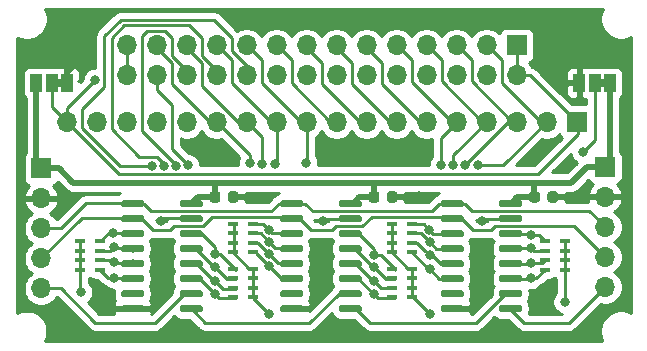
<source format=gbr>
%TF.GenerationSoftware,KiCad,Pcbnew,(5.1.9)-1*%
%TF.CreationDate,2021-11-30T02:18:12+09:00*%
%TF.ProjectId,joystick-input,6a6f7973-7469-4636-9b2d-696e7075742e,rev?*%
%TF.SameCoordinates,Original*%
%TF.FileFunction,Copper,L1,Top*%
%TF.FilePolarity,Positive*%
%FSLAX46Y46*%
G04 Gerber Fmt 4.6, Leading zero omitted, Abs format (unit mm)*
G04 Created by KiCad (PCBNEW (5.1.9)-1) date 2021-11-30 02:18:12*
%MOMM*%
%LPD*%
G01*
G04 APERTURE LIST*
%TA.AperFunction,EtchedComponent*%
%ADD10C,0.100000*%
%TD*%
%TA.AperFunction,ComponentPad*%
%ADD11O,1.700000X1.700000*%
%TD*%
%TA.AperFunction,ComponentPad*%
%ADD12R,1.700000X1.700000*%
%TD*%
%TA.AperFunction,SMDPad,CuDef*%
%ADD13R,0.900000X0.400000*%
%TD*%
%TA.AperFunction,SMDPad,CuDef*%
%ADD14R,1.000000X1.500000*%
%TD*%
%TA.AperFunction,ViaPad*%
%ADD15C,0.800000*%
%TD*%
%TA.AperFunction,Conductor*%
%ADD16C,0.250000*%
%TD*%
%TA.AperFunction,Conductor*%
%ADD17C,0.500000*%
%TD*%
%TA.AperFunction,Conductor*%
%ADD18C,0.254000*%
%TD*%
%TA.AperFunction,Conductor*%
%ADD19C,0.100000*%
%TD*%
G04 APERTURE END LIST*
D10*
%TO.C,SHORT1*%
G36*
X116343000Y-74976000D02*
G01*
X115843000Y-74976000D01*
X115843000Y-74376000D01*
X116343000Y-74376000D01*
X116343000Y-74976000D01*
G37*
%TO.C,PULL1*%
G36*
X162317000Y-74976000D02*
G01*
X161817000Y-74976000D01*
X161817000Y-74376000D01*
X162317000Y-74376000D01*
X162317000Y-74976000D01*
G37*
%TD*%
D11*
%TO.P,OUT1,5*%
%TO.N,/D_OUT*%
X162306000Y-91948000D03*
%TO.P,OUT1,4*%
%TO.N,/CLK*%
X162306000Y-89408000D03*
%TO.P,OUT1,3*%
%TO.N,/LOAD*%
X162306000Y-86868000D03*
%TO.P,OUT1,2*%
%TO.N,GND*%
X162306000Y-84328000D03*
D12*
%TO.P,OUT1,1*%
%TO.N,VCC*%
X162306000Y-81788000D03*
%TD*%
D11*
%TO.P,IN1,5*%
%TO.N,/D_IN*%
X114554000Y-92075000D03*
%TO.P,IN1,4*%
%TO.N,/CLK*%
X114554000Y-89535000D03*
%TO.P,IN1,3*%
%TO.N,/LOAD*%
X114554000Y-86995000D03*
%TO.P,IN1,2*%
%TO.N,GND*%
X114554000Y-84455000D03*
D12*
%TO.P,IN1,1*%
%TO.N,VCC*%
X114554000Y-81915000D03*
%TD*%
D11*
%TO.P,J1,18*%
%TO.N,/C_SHORT*%
X116713000Y-77978000D03*
%TO.P,J1,17*%
%TO.N,/C_P2_RIGHT*%
X119253000Y-77978000D03*
%TO.P,J1,16*%
%TO.N,/C_P2_LEFT*%
X121793000Y-77978000D03*
%TO.P,J1,15*%
%TO.N,/C_P2_DOWN*%
X124333000Y-77978000D03*
%TO.P,J1,14*%
%TO.N,/C_P2_UP*%
X126873000Y-77978000D03*
%TO.P,J1,13*%
%TO.N,/C_P1_R*%
X129413000Y-77978000D03*
%TO.P,J1,12*%
%TO.N,/C_P1_L*%
X131953000Y-77978000D03*
%TO.P,J1,11*%
%TO.N,/C_P1_Y*%
X134493000Y-77978000D03*
%TO.P,J1,10*%
%TO.N,/C_P1_X*%
X137033000Y-77978000D03*
%TO.P,J1,9*%
%TO.N,/C_P1_B*%
X139573000Y-77978000D03*
%TO.P,J1,8*%
%TO.N,/C_P1_A*%
X142113000Y-77978000D03*
%TO.P,J1,7*%
%TO.N,/C_P1_SELECT*%
X144653000Y-77978000D03*
%TO.P,J1,6*%
%TO.N,/C_P1_START*%
X147193000Y-77978000D03*
%TO.P,J1,5*%
%TO.N,/C_P1_RIGHT*%
X149733000Y-77978000D03*
%TO.P,J1,4*%
%TO.N,/C_P1_LEFT*%
X152273000Y-77978000D03*
%TO.P,J1,3*%
%TO.N,/C_P1_DOWN*%
X154813000Y-77978000D03*
%TO.P,J1,2*%
%TO.N,/C_P1_UP*%
X157353000Y-77978000D03*
D12*
%TO.P,J1,1*%
%TO.N,/C_SHORT*%
X159893000Y-77978000D03*
%TD*%
D13*
%TO.P,RN1,2*%
%TO.N,/PULL*%
X144247500Y-87420500D03*
%TO.P,RN1,3*%
X144247500Y-88220500D03*
%TO.P,RN1,1*%
X144247500Y-86620500D03*
%TO.P,RN1,4*%
X144247500Y-89020500D03*
%TO.P,RN1,8*%
%TO.N,/C_P1_RIGHT*%
X145947500Y-86620500D03*
%TO.P,RN1,7*%
%TO.N,/C_P1_LEFT*%
X145947500Y-87420500D03*
%TO.P,RN1,6*%
%TO.N,/C_P1_DOWN*%
X145947500Y-88220500D03*
%TO.P,RN1,5*%
%TO.N,/C_P1_UP*%
X145947500Y-89020500D03*
%TD*%
%TO.P,RN2,5*%
%TO.N,/C_P1_START*%
X157201500Y-88081000D03*
%TO.P,RN2,6*%
%TO.N,/C_P1_SELECT*%
X157201500Y-88881000D03*
%TO.P,RN2,7*%
%TO.N,/C_P1_A*%
X157201500Y-89681000D03*
%TO.P,RN2,8*%
%TO.N,/C_P1_B*%
X157201500Y-90481000D03*
%TO.P,RN2,4*%
%TO.N,/PULL*%
X158901500Y-88081000D03*
%TO.P,RN2,1*%
X158901500Y-90481000D03*
%TO.P,RN2,3*%
X158901500Y-88881000D03*
%TO.P,RN2,2*%
X158901500Y-89681000D03*
%TD*%
D11*
%TO.P,J2,28*%
%TO.N,/C_SHORT*%
X121793000Y-74041000D03*
%TO.P,J2,27*%
X121793000Y-71501000D03*
%TO.P,J2,26*%
%TO.N,/C_P2_R*%
X124333000Y-74041000D03*
%TO.P,J2,25*%
%TO.N,/C_P1_R*%
X124333000Y-71501000D03*
%TO.P,J2,24*%
%TO.N,/C_P2_L*%
X126873000Y-74041000D03*
%TO.P,J2,23*%
%TO.N,/C_P1_L*%
X126873000Y-71501000D03*
%TO.P,J2,22*%
%TO.N,/C_P2_Y*%
X129413000Y-74041000D03*
%TO.P,J2,21*%
%TO.N,/C_P1_Y*%
X129413000Y-71501000D03*
%TO.P,J2,20*%
%TO.N,/C_P2_X*%
X131953000Y-74041000D03*
%TO.P,J2,19*%
%TO.N,/C_P1_X*%
X131953000Y-71501000D03*
%TO.P,J2,18*%
%TO.N,/C_P2_B*%
X134493000Y-74041000D03*
%TO.P,J2,17*%
%TO.N,/C_P1_B*%
X134493000Y-71501000D03*
%TO.P,J2,16*%
%TO.N,/C_P2_A*%
X137033000Y-74041000D03*
%TO.P,J2,15*%
%TO.N,/C_P1_A*%
X137033000Y-71501000D03*
%TO.P,J2,14*%
%TO.N,/C_P2_SELECT*%
X139573000Y-74041000D03*
%TO.P,J2,13*%
%TO.N,/C_P1_SELECT*%
X139573000Y-71501000D03*
%TO.P,J2,12*%
%TO.N,/C_P2_START*%
X142113000Y-74041000D03*
%TO.P,J2,11*%
%TO.N,/C_P1_START*%
X142113000Y-71501000D03*
%TO.P,J2,10*%
%TO.N,/C_P2_RIGHT*%
X144653000Y-74041000D03*
%TO.P,J2,9*%
%TO.N,/C_P1_RIGHT*%
X144653000Y-71501000D03*
%TO.P,J2,8*%
%TO.N,/C_P2_LEFT*%
X147193000Y-74041000D03*
%TO.P,J2,7*%
%TO.N,/C_P1_LEFT*%
X147193000Y-71501000D03*
%TO.P,J2,6*%
%TO.N,/C_P2_DOWN*%
X149733000Y-74041000D03*
%TO.P,J2,5*%
%TO.N,/C_P1_DOWN*%
X149733000Y-71501000D03*
%TO.P,J2,4*%
%TO.N,/C_P2_UP*%
X152273000Y-74041000D03*
%TO.P,J2,3*%
%TO.N,/C_P1_UP*%
X152273000Y-71501000D03*
%TO.P,J2,2*%
%TO.N,/C_SHORT*%
X154813000Y-74041000D03*
D12*
%TO.P,J2,1*%
X154813000Y-71501000D03*
%TD*%
%TO.P,C2,2*%
%TO.N,GND*%
%TA.AperFunction,SMDPad,CuDef*%
G36*
G01*
X143835000Y-84578000D02*
X143835000Y-84078000D01*
G75*
G02*
X144060000Y-83853000I225000J0D01*
G01*
X144510000Y-83853000D01*
G75*
G02*
X144735000Y-84078000I0J-225000D01*
G01*
X144735000Y-84578000D01*
G75*
G02*
X144510000Y-84803000I-225000J0D01*
G01*
X144060000Y-84803000D01*
G75*
G02*
X143835000Y-84578000I0J225000D01*
G01*
G37*
%TD.AperFunction*%
%TO.P,C2,1*%
%TO.N,VCC*%
%TA.AperFunction,SMDPad,CuDef*%
G36*
G01*
X142285000Y-84578000D02*
X142285000Y-84078000D01*
G75*
G02*
X142510000Y-83853000I225000J0D01*
G01*
X142960000Y-83853000D01*
G75*
G02*
X143185000Y-84078000I0J-225000D01*
G01*
X143185000Y-84578000D01*
G75*
G02*
X142960000Y-84803000I-225000J0D01*
G01*
X142510000Y-84803000D01*
G75*
G02*
X142285000Y-84578000I0J225000D01*
G01*
G37*
%TD.AperFunction*%
%TD*%
%TO.P,C3,2*%
%TO.N,GND*%
%TA.AperFunction,SMDPad,CuDef*%
G36*
G01*
X130373000Y-84578000D02*
X130373000Y-84078000D01*
G75*
G02*
X130598000Y-83853000I225000J0D01*
G01*
X131048000Y-83853000D01*
G75*
G02*
X131273000Y-84078000I0J-225000D01*
G01*
X131273000Y-84578000D01*
G75*
G02*
X131048000Y-84803000I-225000J0D01*
G01*
X130598000Y-84803000D01*
G75*
G02*
X130373000Y-84578000I0J225000D01*
G01*
G37*
%TD.AperFunction*%
%TO.P,C3,1*%
%TO.N,VCC*%
%TA.AperFunction,SMDPad,CuDef*%
G36*
G01*
X128823000Y-84578000D02*
X128823000Y-84078000D01*
G75*
G02*
X129048000Y-83853000I225000J0D01*
G01*
X129498000Y-83853000D01*
G75*
G02*
X129723000Y-84078000I0J-225000D01*
G01*
X129723000Y-84578000D01*
G75*
G02*
X129498000Y-84803000I-225000J0D01*
G01*
X129048000Y-84803000D01*
G75*
G02*
X128823000Y-84578000I0J225000D01*
G01*
G37*
%TD.AperFunction*%
%TD*%
%TO.P,C1,2*%
%TO.N,GND*%
%TA.AperFunction,SMDPad,CuDef*%
G36*
G01*
X157424000Y-84578000D02*
X157424000Y-84078000D01*
G75*
G02*
X157649000Y-83853000I225000J0D01*
G01*
X158099000Y-83853000D01*
G75*
G02*
X158324000Y-84078000I0J-225000D01*
G01*
X158324000Y-84578000D01*
G75*
G02*
X158099000Y-84803000I-225000J0D01*
G01*
X157649000Y-84803000D01*
G75*
G02*
X157424000Y-84578000I0J225000D01*
G01*
G37*
%TD.AperFunction*%
%TO.P,C1,1*%
%TO.N,VCC*%
%TA.AperFunction,SMDPad,CuDef*%
G36*
G01*
X155874000Y-84578000D02*
X155874000Y-84078000D01*
G75*
G02*
X156099000Y-83853000I225000J0D01*
G01*
X156549000Y-83853000D01*
G75*
G02*
X156774000Y-84078000I0J-225000D01*
G01*
X156774000Y-84578000D01*
G75*
G02*
X156549000Y-84803000I-225000J0D01*
G01*
X156099000Y-84803000D01*
G75*
G02*
X155874000Y-84578000I0J225000D01*
G01*
G37*
%TD.AperFunction*%
%TD*%
D14*
%TO.P,SHORT1,2*%
%TO.N,/C_SHORT*%
X115443000Y-74676000D03*
%TO.P,SHORT1,3*%
%TO.N,VCC*%
X114143000Y-74676000D03*
%TO.P,SHORT1,1*%
%TO.N,GND*%
X116743000Y-74676000D03*
%TD*%
%TO.P,PULL1,2*%
%TO.N,/PULL*%
X161417000Y-74676000D03*
%TO.P,PULL1,3*%
%TO.N,GND*%
X160117000Y-74676000D03*
%TO.P,PULL1,1*%
%TO.N,VCC*%
X162717000Y-74676000D03*
%TD*%
D13*
%TO.P,RN3,5*%
%TO.N,/C_P1_X*%
X132485500Y-89020500D03*
%TO.P,RN3,6*%
%TO.N,/C_P1_Y*%
X132485500Y-88220500D03*
%TO.P,RN3,7*%
%TO.N,/C_P1_L*%
X132485500Y-87420500D03*
%TO.P,RN3,8*%
%TO.N,/C_P1_R*%
X132485500Y-86620500D03*
%TO.P,RN3,4*%
%TO.N,/PULL*%
X130785500Y-89020500D03*
%TO.P,RN3,1*%
X130785500Y-86620500D03*
%TO.P,RN3,3*%
X130785500Y-88220500D03*
%TO.P,RN3,2*%
X130785500Y-87420500D03*
%TD*%
%TO.P,RN4,5*%
%TO.N,/C_P2_UP*%
X144247500Y-90430500D03*
%TO.P,RN4,6*%
%TO.N,/C_P2_DOWN*%
X144247500Y-91230500D03*
%TO.P,RN4,7*%
%TO.N,/C_P2_LEFT*%
X144247500Y-92030500D03*
%TO.P,RN4,8*%
%TO.N,/C_P2_RIGHT*%
X144247500Y-92830500D03*
%TO.P,RN4,4*%
%TO.N,/PULL*%
X145947500Y-90430500D03*
%TO.P,RN4,1*%
X145947500Y-92830500D03*
%TO.P,RN4,3*%
X145947500Y-91230500D03*
%TO.P,RN4,2*%
X145947500Y-92030500D03*
%TD*%
%TO.P,RN5,5*%
%TO.N,/C_P2_START*%
X119531500Y-90481000D03*
%TO.P,RN5,6*%
%TO.N,/C_P2_SELECT*%
X119531500Y-89681000D03*
%TO.P,RN5,7*%
%TO.N,/C_P2_A*%
X119531500Y-88881000D03*
%TO.P,RN5,8*%
%TO.N,/C_P2_B*%
X119531500Y-88081000D03*
%TO.P,RN5,4*%
%TO.N,/PULL*%
X117831500Y-90481000D03*
%TO.P,RN5,1*%
X117831500Y-88081000D03*
%TO.P,RN5,3*%
X117831500Y-89681000D03*
%TO.P,RN5,2*%
X117831500Y-88881000D03*
%TD*%
%TO.P,RN6,5*%
%TO.N,/C_P2_X*%
X130785500Y-90430500D03*
%TO.P,RN6,6*%
%TO.N,/C_P2_Y*%
X130785500Y-91230500D03*
%TO.P,RN6,7*%
%TO.N,/C_P2_L*%
X130785500Y-92030500D03*
%TO.P,RN6,8*%
%TO.N,/C_P2_R*%
X130785500Y-92830500D03*
%TO.P,RN6,4*%
%TO.N,/PULL*%
X132485500Y-90430500D03*
%TO.P,RN6,1*%
X132485500Y-92830500D03*
%TO.P,RN6,3*%
X132485500Y-91230500D03*
%TO.P,RN6,2*%
X132485500Y-92030500D03*
%TD*%
%TO.P,74HC165_3,16*%
%TO.N,VCC*%
%TA.AperFunction,SMDPad,CuDef*%
G36*
G01*
X126277500Y-85049500D02*
X126277500Y-84749500D01*
G75*
G02*
X126427500Y-84599500I150000J0D01*
G01*
X128077500Y-84599500D01*
G75*
G02*
X128227500Y-84749500I0J-150000D01*
G01*
X128227500Y-85049500D01*
G75*
G02*
X128077500Y-85199500I-150000J0D01*
G01*
X126427500Y-85199500D01*
G75*
G02*
X126277500Y-85049500I0J150000D01*
G01*
G37*
%TD.AperFunction*%
%TO.P,74HC165_3,15*%
%TO.N,GND*%
%TA.AperFunction,SMDPad,CuDef*%
G36*
G01*
X126277500Y-86319500D02*
X126277500Y-86019500D01*
G75*
G02*
X126427500Y-85869500I150000J0D01*
G01*
X128077500Y-85869500D01*
G75*
G02*
X128227500Y-86019500I0J-150000D01*
G01*
X128227500Y-86319500D01*
G75*
G02*
X128077500Y-86469500I-150000J0D01*
G01*
X126427500Y-86469500D01*
G75*
G02*
X126277500Y-86319500I0J150000D01*
G01*
G37*
%TD.AperFunction*%
%TO.P,74HC165_3,14*%
%TO.N,/C_P2_X*%
%TA.AperFunction,SMDPad,CuDef*%
G36*
G01*
X126277500Y-87589500D02*
X126277500Y-87289500D01*
G75*
G02*
X126427500Y-87139500I150000J0D01*
G01*
X128077500Y-87139500D01*
G75*
G02*
X128227500Y-87289500I0J-150000D01*
G01*
X128227500Y-87589500D01*
G75*
G02*
X128077500Y-87739500I-150000J0D01*
G01*
X126427500Y-87739500D01*
G75*
G02*
X126277500Y-87589500I0J150000D01*
G01*
G37*
%TD.AperFunction*%
%TO.P,74HC165_3,13*%
%TO.N,/C_P2_Y*%
%TA.AperFunction,SMDPad,CuDef*%
G36*
G01*
X126277500Y-88859500D02*
X126277500Y-88559500D01*
G75*
G02*
X126427500Y-88409500I150000J0D01*
G01*
X128077500Y-88409500D01*
G75*
G02*
X128227500Y-88559500I0J-150000D01*
G01*
X128227500Y-88859500D01*
G75*
G02*
X128077500Y-89009500I-150000J0D01*
G01*
X126427500Y-89009500D01*
G75*
G02*
X126277500Y-88859500I0J150000D01*
G01*
G37*
%TD.AperFunction*%
%TO.P,74HC165_3,12*%
%TO.N,/C_P2_L*%
%TA.AperFunction,SMDPad,CuDef*%
G36*
G01*
X126277500Y-90129500D02*
X126277500Y-89829500D01*
G75*
G02*
X126427500Y-89679500I150000J0D01*
G01*
X128077500Y-89679500D01*
G75*
G02*
X128227500Y-89829500I0J-150000D01*
G01*
X128227500Y-90129500D01*
G75*
G02*
X128077500Y-90279500I-150000J0D01*
G01*
X126427500Y-90279500D01*
G75*
G02*
X126277500Y-90129500I0J150000D01*
G01*
G37*
%TD.AperFunction*%
%TO.P,74HC165_3,11*%
%TO.N,/C_P2_R*%
%TA.AperFunction,SMDPad,CuDef*%
G36*
G01*
X126277500Y-91399500D02*
X126277500Y-91099500D01*
G75*
G02*
X126427500Y-90949500I150000J0D01*
G01*
X128077500Y-90949500D01*
G75*
G02*
X128227500Y-91099500I0J-150000D01*
G01*
X128227500Y-91399500D01*
G75*
G02*
X128077500Y-91549500I-150000J0D01*
G01*
X126427500Y-91549500D01*
G75*
G02*
X126277500Y-91399500I0J150000D01*
G01*
G37*
%TD.AperFunction*%
%TO.P,74HC165_3,10*%
%TO.N,/D_IN*%
%TA.AperFunction,SMDPad,CuDef*%
G36*
G01*
X126277500Y-92669500D02*
X126277500Y-92369500D01*
G75*
G02*
X126427500Y-92219500I150000J0D01*
G01*
X128077500Y-92219500D01*
G75*
G02*
X128227500Y-92369500I0J-150000D01*
G01*
X128227500Y-92669500D01*
G75*
G02*
X128077500Y-92819500I-150000J0D01*
G01*
X126427500Y-92819500D01*
G75*
G02*
X126277500Y-92669500I0J150000D01*
G01*
G37*
%TD.AperFunction*%
%TO.P,74HC165_3,9*%
%TO.N,/Q7_2*%
%TA.AperFunction,SMDPad,CuDef*%
G36*
G01*
X126277500Y-93939500D02*
X126277500Y-93639500D01*
G75*
G02*
X126427500Y-93489500I150000J0D01*
G01*
X128077500Y-93489500D01*
G75*
G02*
X128227500Y-93639500I0J-150000D01*
G01*
X128227500Y-93939500D01*
G75*
G02*
X128077500Y-94089500I-150000J0D01*
G01*
X126427500Y-94089500D01*
G75*
G02*
X126277500Y-93939500I0J150000D01*
G01*
G37*
%TD.AperFunction*%
%TO.P,74HC165_3,8*%
%TO.N,GND*%
%TA.AperFunction,SMDPad,CuDef*%
G36*
G01*
X121327500Y-93939500D02*
X121327500Y-93639500D01*
G75*
G02*
X121477500Y-93489500I150000J0D01*
G01*
X123127500Y-93489500D01*
G75*
G02*
X123277500Y-93639500I0J-150000D01*
G01*
X123277500Y-93939500D01*
G75*
G02*
X123127500Y-94089500I-150000J0D01*
G01*
X121477500Y-94089500D01*
G75*
G02*
X121327500Y-93939500I0J150000D01*
G01*
G37*
%TD.AperFunction*%
%TO.P,74HC165_3,7*%
%TO.N,N/C*%
%TA.AperFunction,SMDPad,CuDef*%
G36*
G01*
X121327500Y-92669500D02*
X121327500Y-92369500D01*
G75*
G02*
X121477500Y-92219500I150000J0D01*
G01*
X123127500Y-92219500D01*
G75*
G02*
X123277500Y-92369500I0J-150000D01*
G01*
X123277500Y-92669500D01*
G75*
G02*
X123127500Y-92819500I-150000J0D01*
G01*
X121477500Y-92819500D01*
G75*
G02*
X121327500Y-92669500I0J150000D01*
G01*
G37*
%TD.AperFunction*%
%TO.P,74HC165_3,6*%
%TO.N,/C_P2_START*%
%TA.AperFunction,SMDPad,CuDef*%
G36*
G01*
X121327500Y-91399500D02*
X121327500Y-91099500D01*
G75*
G02*
X121477500Y-90949500I150000J0D01*
G01*
X123127500Y-90949500D01*
G75*
G02*
X123277500Y-91099500I0J-150000D01*
G01*
X123277500Y-91399500D01*
G75*
G02*
X123127500Y-91549500I-150000J0D01*
G01*
X121477500Y-91549500D01*
G75*
G02*
X121327500Y-91399500I0J150000D01*
G01*
G37*
%TD.AperFunction*%
%TO.P,74HC165_3,5*%
%TO.N,/C_P2_SELECT*%
%TA.AperFunction,SMDPad,CuDef*%
G36*
G01*
X121327500Y-90129500D02*
X121327500Y-89829500D01*
G75*
G02*
X121477500Y-89679500I150000J0D01*
G01*
X123127500Y-89679500D01*
G75*
G02*
X123277500Y-89829500I0J-150000D01*
G01*
X123277500Y-90129500D01*
G75*
G02*
X123127500Y-90279500I-150000J0D01*
G01*
X121477500Y-90279500D01*
G75*
G02*
X121327500Y-90129500I0J150000D01*
G01*
G37*
%TD.AperFunction*%
%TO.P,74HC165_3,4*%
%TO.N,/C_P2_A*%
%TA.AperFunction,SMDPad,CuDef*%
G36*
G01*
X121327500Y-88859500D02*
X121327500Y-88559500D01*
G75*
G02*
X121477500Y-88409500I150000J0D01*
G01*
X123127500Y-88409500D01*
G75*
G02*
X123277500Y-88559500I0J-150000D01*
G01*
X123277500Y-88859500D01*
G75*
G02*
X123127500Y-89009500I-150000J0D01*
G01*
X121477500Y-89009500D01*
G75*
G02*
X121327500Y-88859500I0J150000D01*
G01*
G37*
%TD.AperFunction*%
%TO.P,74HC165_3,3*%
%TO.N,/C_P2_B*%
%TA.AperFunction,SMDPad,CuDef*%
G36*
G01*
X121327500Y-87589500D02*
X121327500Y-87289500D01*
G75*
G02*
X121477500Y-87139500I150000J0D01*
G01*
X123127500Y-87139500D01*
G75*
G02*
X123277500Y-87289500I0J-150000D01*
G01*
X123277500Y-87589500D01*
G75*
G02*
X123127500Y-87739500I-150000J0D01*
G01*
X121477500Y-87739500D01*
G75*
G02*
X121327500Y-87589500I0J150000D01*
G01*
G37*
%TD.AperFunction*%
%TO.P,74HC165_3,2*%
%TO.N,/CLK*%
%TA.AperFunction,SMDPad,CuDef*%
G36*
G01*
X121327500Y-86319500D02*
X121327500Y-86019500D01*
G75*
G02*
X121477500Y-85869500I150000J0D01*
G01*
X123127500Y-85869500D01*
G75*
G02*
X123277500Y-86019500I0J-150000D01*
G01*
X123277500Y-86319500D01*
G75*
G02*
X123127500Y-86469500I-150000J0D01*
G01*
X121477500Y-86469500D01*
G75*
G02*
X121327500Y-86319500I0J150000D01*
G01*
G37*
%TD.AperFunction*%
%TO.P,74HC165_3,1*%
%TO.N,/LOAD*%
%TA.AperFunction,SMDPad,CuDef*%
G36*
G01*
X121327500Y-85049500D02*
X121327500Y-84749500D01*
G75*
G02*
X121477500Y-84599500I150000J0D01*
G01*
X123127500Y-84599500D01*
G75*
G02*
X123277500Y-84749500I0J-150000D01*
G01*
X123277500Y-85049500D01*
G75*
G02*
X123127500Y-85199500I-150000J0D01*
G01*
X121477500Y-85199500D01*
G75*
G02*
X121327500Y-85049500I0J150000D01*
G01*
G37*
%TD.AperFunction*%
%TD*%
%TO.P,74HC165_2,16*%
%TO.N,VCC*%
%TA.AperFunction,SMDPad,CuDef*%
G36*
G01*
X139739500Y-85049500D02*
X139739500Y-84749500D01*
G75*
G02*
X139889500Y-84599500I150000J0D01*
G01*
X141539500Y-84599500D01*
G75*
G02*
X141689500Y-84749500I0J-150000D01*
G01*
X141689500Y-85049500D01*
G75*
G02*
X141539500Y-85199500I-150000J0D01*
G01*
X139889500Y-85199500D01*
G75*
G02*
X139739500Y-85049500I0J150000D01*
G01*
G37*
%TD.AperFunction*%
%TO.P,74HC165_2,15*%
%TO.N,GND*%
%TA.AperFunction,SMDPad,CuDef*%
G36*
G01*
X139739500Y-86319500D02*
X139739500Y-86019500D01*
G75*
G02*
X139889500Y-85869500I150000J0D01*
G01*
X141539500Y-85869500D01*
G75*
G02*
X141689500Y-86019500I0J-150000D01*
G01*
X141689500Y-86319500D01*
G75*
G02*
X141539500Y-86469500I-150000J0D01*
G01*
X139889500Y-86469500D01*
G75*
G02*
X139739500Y-86319500I0J150000D01*
G01*
G37*
%TD.AperFunction*%
%TO.P,74HC165_2,14*%
%TO.N,/C_P2_UP*%
%TA.AperFunction,SMDPad,CuDef*%
G36*
G01*
X139739500Y-87589500D02*
X139739500Y-87289500D01*
G75*
G02*
X139889500Y-87139500I150000J0D01*
G01*
X141539500Y-87139500D01*
G75*
G02*
X141689500Y-87289500I0J-150000D01*
G01*
X141689500Y-87589500D01*
G75*
G02*
X141539500Y-87739500I-150000J0D01*
G01*
X139889500Y-87739500D01*
G75*
G02*
X139739500Y-87589500I0J150000D01*
G01*
G37*
%TD.AperFunction*%
%TO.P,74HC165_2,13*%
%TO.N,/C_P2_DOWN*%
%TA.AperFunction,SMDPad,CuDef*%
G36*
G01*
X139739500Y-88859500D02*
X139739500Y-88559500D01*
G75*
G02*
X139889500Y-88409500I150000J0D01*
G01*
X141539500Y-88409500D01*
G75*
G02*
X141689500Y-88559500I0J-150000D01*
G01*
X141689500Y-88859500D01*
G75*
G02*
X141539500Y-89009500I-150000J0D01*
G01*
X139889500Y-89009500D01*
G75*
G02*
X139739500Y-88859500I0J150000D01*
G01*
G37*
%TD.AperFunction*%
%TO.P,74HC165_2,12*%
%TO.N,/C_P2_LEFT*%
%TA.AperFunction,SMDPad,CuDef*%
G36*
G01*
X139739500Y-90129500D02*
X139739500Y-89829500D01*
G75*
G02*
X139889500Y-89679500I150000J0D01*
G01*
X141539500Y-89679500D01*
G75*
G02*
X141689500Y-89829500I0J-150000D01*
G01*
X141689500Y-90129500D01*
G75*
G02*
X141539500Y-90279500I-150000J0D01*
G01*
X139889500Y-90279500D01*
G75*
G02*
X139739500Y-90129500I0J150000D01*
G01*
G37*
%TD.AperFunction*%
%TO.P,74HC165_2,11*%
%TO.N,/C_P2_RIGHT*%
%TA.AperFunction,SMDPad,CuDef*%
G36*
G01*
X139739500Y-91399500D02*
X139739500Y-91099500D01*
G75*
G02*
X139889500Y-90949500I150000J0D01*
G01*
X141539500Y-90949500D01*
G75*
G02*
X141689500Y-91099500I0J-150000D01*
G01*
X141689500Y-91399500D01*
G75*
G02*
X141539500Y-91549500I-150000J0D01*
G01*
X139889500Y-91549500D01*
G75*
G02*
X139739500Y-91399500I0J150000D01*
G01*
G37*
%TD.AperFunction*%
%TO.P,74HC165_2,10*%
%TO.N,/Q7_2*%
%TA.AperFunction,SMDPad,CuDef*%
G36*
G01*
X139739500Y-92669500D02*
X139739500Y-92369500D01*
G75*
G02*
X139889500Y-92219500I150000J0D01*
G01*
X141539500Y-92219500D01*
G75*
G02*
X141689500Y-92369500I0J-150000D01*
G01*
X141689500Y-92669500D01*
G75*
G02*
X141539500Y-92819500I-150000J0D01*
G01*
X139889500Y-92819500D01*
G75*
G02*
X139739500Y-92669500I0J150000D01*
G01*
G37*
%TD.AperFunction*%
%TO.P,74HC165_2,9*%
%TO.N,/Q7*%
%TA.AperFunction,SMDPad,CuDef*%
G36*
G01*
X139739500Y-93939500D02*
X139739500Y-93639500D01*
G75*
G02*
X139889500Y-93489500I150000J0D01*
G01*
X141539500Y-93489500D01*
G75*
G02*
X141689500Y-93639500I0J-150000D01*
G01*
X141689500Y-93939500D01*
G75*
G02*
X141539500Y-94089500I-150000J0D01*
G01*
X139889500Y-94089500D01*
G75*
G02*
X139739500Y-93939500I0J150000D01*
G01*
G37*
%TD.AperFunction*%
%TO.P,74HC165_2,8*%
%TO.N,GND*%
%TA.AperFunction,SMDPad,CuDef*%
G36*
G01*
X134789500Y-93939500D02*
X134789500Y-93639500D01*
G75*
G02*
X134939500Y-93489500I150000J0D01*
G01*
X136589500Y-93489500D01*
G75*
G02*
X136739500Y-93639500I0J-150000D01*
G01*
X136739500Y-93939500D01*
G75*
G02*
X136589500Y-94089500I-150000J0D01*
G01*
X134939500Y-94089500D01*
G75*
G02*
X134789500Y-93939500I0J150000D01*
G01*
G37*
%TD.AperFunction*%
%TO.P,74HC165_2,7*%
%TO.N,N/C*%
%TA.AperFunction,SMDPad,CuDef*%
G36*
G01*
X134789500Y-92669500D02*
X134789500Y-92369500D01*
G75*
G02*
X134939500Y-92219500I150000J0D01*
G01*
X136589500Y-92219500D01*
G75*
G02*
X136739500Y-92369500I0J-150000D01*
G01*
X136739500Y-92669500D01*
G75*
G02*
X136589500Y-92819500I-150000J0D01*
G01*
X134939500Y-92819500D01*
G75*
G02*
X134789500Y-92669500I0J150000D01*
G01*
G37*
%TD.AperFunction*%
%TO.P,74HC165_2,6*%
%TO.N,/C_P1_X*%
%TA.AperFunction,SMDPad,CuDef*%
G36*
G01*
X134789500Y-91399500D02*
X134789500Y-91099500D01*
G75*
G02*
X134939500Y-90949500I150000J0D01*
G01*
X136589500Y-90949500D01*
G75*
G02*
X136739500Y-91099500I0J-150000D01*
G01*
X136739500Y-91399500D01*
G75*
G02*
X136589500Y-91549500I-150000J0D01*
G01*
X134939500Y-91549500D01*
G75*
G02*
X134789500Y-91399500I0J150000D01*
G01*
G37*
%TD.AperFunction*%
%TO.P,74HC165_2,5*%
%TO.N,/C_P1_Y*%
%TA.AperFunction,SMDPad,CuDef*%
G36*
G01*
X134789500Y-90129500D02*
X134789500Y-89829500D01*
G75*
G02*
X134939500Y-89679500I150000J0D01*
G01*
X136589500Y-89679500D01*
G75*
G02*
X136739500Y-89829500I0J-150000D01*
G01*
X136739500Y-90129500D01*
G75*
G02*
X136589500Y-90279500I-150000J0D01*
G01*
X134939500Y-90279500D01*
G75*
G02*
X134789500Y-90129500I0J150000D01*
G01*
G37*
%TD.AperFunction*%
%TO.P,74HC165_2,4*%
%TO.N,/C_P1_L*%
%TA.AperFunction,SMDPad,CuDef*%
G36*
G01*
X134789500Y-88859500D02*
X134789500Y-88559500D01*
G75*
G02*
X134939500Y-88409500I150000J0D01*
G01*
X136589500Y-88409500D01*
G75*
G02*
X136739500Y-88559500I0J-150000D01*
G01*
X136739500Y-88859500D01*
G75*
G02*
X136589500Y-89009500I-150000J0D01*
G01*
X134939500Y-89009500D01*
G75*
G02*
X134789500Y-88859500I0J150000D01*
G01*
G37*
%TD.AperFunction*%
%TO.P,74HC165_2,3*%
%TO.N,/C_P1_R*%
%TA.AperFunction,SMDPad,CuDef*%
G36*
G01*
X134789500Y-87589500D02*
X134789500Y-87289500D01*
G75*
G02*
X134939500Y-87139500I150000J0D01*
G01*
X136589500Y-87139500D01*
G75*
G02*
X136739500Y-87289500I0J-150000D01*
G01*
X136739500Y-87589500D01*
G75*
G02*
X136589500Y-87739500I-150000J0D01*
G01*
X134939500Y-87739500D01*
G75*
G02*
X134789500Y-87589500I0J150000D01*
G01*
G37*
%TD.AperFunction*%
%TO.P,74HC165_2,2*%
%TO.N,/CLK*%
%TA.AperFunction,SMDPad,CuDef*%
G36*
G01*
X134789500Y-86319500D02*
X134789500Y-86019500D01*
G75*
G02*
X134939500Y-85869500I150000J0D01*
G01*
X136589500Y-85869500D01*
G75*
G02*
X136739500Y-86019500I0J-150000D01*
G01*
X136739500Y-86319500D01*
G75*
G02*
X136589500Y-86469500I-150000J0D01*
G01*
X134939500Y-86469500D01*
G75*
G02*
X134789500Y-86319500I0J150000D01*
G01*
G37*
%TD.AperFunction*%
%TO.P,74HC165_2,1*%
%TO.N,/LOAD*%
%TA.AperFunction,SMDPad,CuDef*%
G36*
G01*
X134789500Y-85049500D02*
X134789500Y-84749500D01*
G75*
G02*
X134939500Y-84599500I150000J0D01*
G01*
X136589500Y-84599500D01*
G75*
G02*
X136739500Y-84749500I0J-150000D01*
G01*
X136739500Y-85049500D01*
G75*
G02*
X136589500Y-85199500I-150000J0D01*
G01*
X134939500Y-85199500D01*
G75*
G02*
X134789500Y-85049500I0J150000D01*
G01*
G37*
%TD.AperFunction*%
%TD*%
%TO.P,74HC165_1,16*%
%TO.N,VCC*%
%TA.AperFunction,SMDPad,CuDef*%
G36*
G01*
X153328500Y-85049500D02*
X153328500Y-84749500D01*
G75*
G02*
X153478500Y-84599500I150000J0D01*
G01*
X155128500Y-84599500D01*
G75*
G02*
X155278500Y-84749500I0J-150000D01*
G01*
X155278500Y-85049500D01*
G75*
G02*
X155128500Y-85199500I-150000J0D01*
G01*
X153478500Y-85199500D01*
G75*
G02*
X153328500Y-85049500I0J150000D01*
G01*
G37*
%TD.AperFunction*%
%TO.P,74HC165_1,15*%
%TO.N,GND*%
%TA.AperFunction,SMDPad,CuDef*%
G36*
G01*
X153328500Y-86319500D02*
X153328500Y-86019500D01*
G75*
G02*
X153478500Y-85869500I150000J0D01*
G01*
X155128500Y-85869500D01*
G75*
G02*
X155278500Y-86019500I0J-150000D01*
G01*
X155278500Y-86319500D01*
G75*
G02*
X155128500Y-86469500I-150000J0D01*
G01*
X153478500Y-86469500D01*
G75*
G02*
X153328500Y-86319500I0J150000D01*
G01*
G37*
%TD.AperFunction*%
%TO.P,74HC165_1,14*%
%TO.N,/C_P1_START*%
%TA.AperFunction,SMDPad,CuDef*%
G36*
G01*
X153328500Y-87589500D02*
X153328500Y-87289500D01*
G75*
G02*
X153478500Y-87139500I150000J0D01*
G01*
X155128500Y-87139500D01*
G75*
G02*
X155278500Y-87289500I0J-150000D01*
G01*
X155278500Y-87589500D01*
G75*
G02*
X155128500Y-87739500I-150000J0D01*
G01*
X153478500Y-87739500D01*
G75*
G02*
X153328500Y-87589500I0J150000D01*
G01*
G37*
%TD.AperFunction*%
%TO.P,74HC165_1,13*%
%TO.N,/C_P1_SELECT*%
%TA.AperFunction,SMDPad,CuDef*%
G36*
G01*
X153328500Y-88859500D02*
X153328500Y-88559500D01*
G75*
G02*
X153478500Y-88409500I150000J0D01*
G01*
X155128500Y-88409500D01*
G75*
G02*
X155278500Y-88559500I0J-150000D01*
G01*
X155278500Y-88859500D01*
G75*
G02*
X155128500Y-89009500I-150000J0D01*
G01*
X153478500Y-89009500D01*
G75*
G02*
X153328500Y-88859500I0J150000D01*
G01*
G37*
%TD.AperFunction*%
%TO.P,74HC165_1,12*%
%TO.N,/C_P1_A*%
%TA.AperFunction,SMDPad,CuDef*%
G36*
G01*
X153328500Y-90129500D02*
X153328500Y-89829500D01*
G75*
G02*
X153478500Y-89679500I150000J0D01*
G01*
X155128500Y-89679500D01*
G75*
G02*
X155278500Y-89829500I0J-150000D01*
G01*
X155278500Y-90129500D01*
G75*
G02*
X155128500Y-90279500I-150000J0D01*
G01*
X153478500Y-90279500D01*
G75*
G02*
X153328500Y-90129500I0J150000D01*
G01*
G37*
%TD.AperFunction*%
%TO.P,74HC165_1,11*%
%TO.N,/C_P1_B*%
%TA.AperFunction,SMDPad,CuDef*%
G36*
G01*
X153328500Y-91399500D02*
X153328500Y-91099500D01*
G75*
G02*
X153478500Y-90949500I150000J0D01*
G01*
X155128500Y-90949500D01*
G75*
G02*
X155278500Y-91099500I0J-150000D01*
G01*
X155278500Y-91399500D01*
G75*
G02*
X155128500Y-91549500I-150000J0D01*
G01*
X153478500Y-91549500D01*
G75*
G02*
X153328500Y-91399500I0J150000D01*
G01*
G37*
%TD.AperFunction*%
%TO.P,74HC165_1,10*%
%TO.N,/Q7*%
%TA.AperFunction,SMDPad,CuDef*%
G36*
G01*
X153328500Y-92669500D02*
X153328500Y-92369500D01*
G75*
G02*
X153478500Y-92219500I150000J0D01*
G01*
X155128500Y-92219500D01*
G75*
G02*
X155278500Y-92369500I0J-150000D01*
G01*
X155278500Y-92669500D01*
G75*
G02*
X155128500Y-92819500I-150000J0D01*
G01*
X153478500Y-92819500D01*
G75*
G02*
X153328500Y-92669500I0J150000D01*
G01*
G37*
%TD.AperFunction*%
%TO.P,74HC165_1,9*%
%TO.N,/D_OUT*%
%TA.AperFunction,SMDPad,CuDef*%
G36*
G01*
X153328500Y-93939500D02*
X153328500Y-93639500D01*
G75*
G02*
X153478500Y-93489500I150000J0D01*
G01*
X155128500Y-93489500D01*
G75*
G02*
X155278500Y-93639500I0J-150000D01*
G01*
X155278500Y-93939500D01*
G75*
G02*
X155128500Y-94089500I-150000J0D01*
G01*
X153478500Y-94089500D01*
G75*
G02*
X153328500Y-93939500I0J150000D01*
G01*
G37*
%TD.AperFunction*%
%TO.P,74HC165_1,8*%
%TO.N,GND*%
%TA.AperFunction,SMDPad,CuDef*%
G36*
G01*
X148378500Y-93939500D02*
X148378500Y-93639500D01*
G75*
G02*
X148528500Y-93489500I150000J0D01*
G01*
X150178500Y-93489500D01*
G75*
G02*
X150328500Y-93639500I0J-150000D01*
G01*
X150328500Y-93939500D01*
G75*
G02*
X150178500Y-94089500I-150000J0D01*
G01*
X148528500Y-94089500D01*
G75*
G02*
X148378500Y-93939500I0J150000D01*
G01*
G37*
%TD.AperFunction*%
%TO.P,74HC165_1,7*%
%TO.N,N/C*%
%TA.AperFunction,SMDPad,CuDef*%
G36*
G01*
X148378500Y-92669500D02*
X148378500Y-92369500D01*
G75*
G02*
X148528500Y-92219500I150000J0D01*
G01*
X150178500Y-92219500D01*
G75*
G02*
X150328500Y-92369500I0J-150000D01*
G01*
X150328500Y-92669500D01*
G75*
G02*
X150178500Y-92819500I-150000J0D01*
G01*
X148528500Y-92819500D01*
G75*
G02*
X148378500Y-92669500I0J150000D01*
G01*
G37*
%TD.AperFunction*%
%TO.P,74HC165_1,6*%
%TO.N,/C_P1_UP*%
%TA.AperFunction,SMDPad,CuDef*%
G36*
G01*
X148378500Y-91399500D02*
X148378500Y-91099500D01*
G75*
G02*
X148528500Y-90949500I150000J0D01*
G01*
X150178500Y-90949500D01*
G75*
G02*
X150328500Y-91099500I0J-150000D01*
G01*
X150328500Y-91399500D01*
G75*
G02*
X150178500Y-91549500I-150000J0D01*
G01*
X148528500Y-91549500D01*
G75*
G02*
X148378500Y-91399500I0J150000D01*
G01*
G37*
%TD.AperFunction*%
%TO.P,74HC165_1,5*%
%TO.N,/C_P1_DOWN*%
%TA.AperFunction,SMDPad,CuDef*%
G36*
G01*
X148378500Y-90129500D02*
X148378500Y-89829500D01*
G75*
G02*
X148528500Y-89679500I150000J0D01*
G01*
X150178500Y-89679500D01*
G75*
G02*
X150328500Y-89829500I0J-150000D01*
G01*
X150328500Y-90129500D01*
G75*
G02*
X150178500Y-90279500I-150000J0D01*
G01*
X148528500Y-90279500D01*
G75*
G02*
X148378500Y-90129500I0J150000D01*
G01*
G37*
%TD.AperFunction*%
%TO.P,74HC165_1,4*%
%TO.N,/C_P1_LEFT*%
%TA.AperFunction,SMDPad,CuDef*%
G36*
G01*
X148378500Y-88859500D02*
X148378500Y-88559500D01*
G75*
G02*
X148528500Y-88409500I150000J0D01*
G01*
X150178500Y-88409500D01*
G75*
G02*
X150328500Y-88559500I0J-150000D01*
G01*
X150328500Y-88859500D01*
G75*
G02*
X150178500Y-89009500I-150000J0D01*
G01*
X148528500Y-89009500D01*
G75*
G02*
X148378500Y-88859500I0J150000D01*
G01*
G37*
%TD.AperFunction*%
%TO.P,74HC165_1,3*%
%TO.N,/C_P1_RIGHT*%
%TA.AperFunction,SMDPad,CuDef*%
G36*
G01*
X148378500Y-87589500D02*
X148378500Y-87289500D01*
G75*
G02*
X148528500Y-87139500I150000J0D01*
G01*
X150178500Y-87139500D01*
G75*
G02*
X150328500Y-87289500I0J-150000D01*
G01*
X150328500Y-87589500D01*
G75*
G02*
X150178500Y-87739500I-150000J0D01*
G01*
X148528500Y-87739500D01*
G75*
G02*
X148378500Y-87589500I0J150000D01*
G01*
G37*
%TD.AperFunction*%
%TO.P,74HC165_1,2*%
%TO.N,/CLK*%
%TA.AperFunction,SMDPad,CuDef*%
G36*
G01*
X148378500Y-86319500D02*
X148378500Y-86019500D01*
G75*
G02*
X148528500Y-85869500I150000J0D01*
G01*
X150178500Y-85869500D01*
G75*
G02*
X150328500Y-86019500I0J-150000D01*
G01*
X150328500Y-86319500D01*
G75*
G02*
X150178500Y-86469500I-150000J0D01*
G01*
X148528500Y-86469500D01*
G75*
G02*
X148378500Y-86319500I0J150000D01*
G01*
G37*
%TD.AperFunction*%
%TO.P,74HC165_1,1*%
%TO.N,/LOAD*%
%TA.AperFunction,SMDPad,CuDef*%
G36*
G01*
X148378500Y-85049500D02*
X148378500Y-84749500D01*
G75*
G02*
X148528500Y-84599500I150000J0D01*
G01*
X150178500Y-84599500D01*
G75*
G02*
X150328500Y-84749500I0J-150000D01*
G01*
X150328500Y-85049500D01*
G75*
G02*
X150178500Y-85199500I-150000J0D01*
G01*
X148528500Y-85199500D01*
G75*
G02*
X148378500Y-85049500I0J150000D01*
G01*
G37*
%TD.AperFunction*%
%TD*%
D15*
%TO.N,/PULL*%
X117919512Y-92392500D03*
X158877003Y-93218003D03*
X160401000Y-80518004D03*
X133858000Y-94270990D03*
X147447000Y-94234000D03*
%TO.N,GND*%
X146558000Y-84264500D03*
X151701500Y-91376500D03*
X138239500Y-90868500D03*
X124777500Y-90868500D03*
X132588000Y-84328000D03*
X124714000Y-86360000D03*
X138430000Y-86360000D03*
X151892000Y-86360000D03*
X118364000Y-72136000D03*
X156972000Y-92964000D03*
X159131000Y-81661000D03*
X156337000Y-81026000D03*
X144145000Y-81153000D03*
X130048000Y-81407000D03*
%TO.N,/C_P1_START*%
X156046794Y-87584475D03*
%TO.N,/C_P1_SELECT*%
X156013480Y-88645980D03*
%TO.N,/C_P1_A*%
X156019504Y-89915996D03*
%TO.N,/C_P1_B*%
X156019500Y-91186000D03*
%TO.N,/C_P1_UP*%
X151576711Y-81661016D03*
X147446996Y-90424000D03*
%TO.N,/C_P1_DOWN*%
X150459696Y-81625696D03*
X147446998Y-89281000D03*
%TO.N,/C_P1_LEFT*%
X149451486Y-81608586D03*
X147447000Y-88138000D03*
%TO.N,/C_P1_RIGHT*%
X148417392Y-81619219D03*
X147438850Y-87104530D03*
%TO.N,/C_P1_X*%
X133858000Y-90170000D03*
X136969500Y-81470500D03*
%TO.N,/C_P1_Y*%
X133862660Y-89149340D03*
X134366000Y-81533980D03*
%TO.N,/C_P1_L*%
X133862660Y-88124020D03*
X133264569Y-81502767D03*
%TO.N,/C_P1_R*%
X133862660Y-87098701D03*
X132224066Y-81487583D03*
%TO.N,/C_P2_START*%
X120751600Y-91160600D03*
%TO.N,/C_P2_SELECT*%
X120713500Y-89852500D03*
%TO.N,/C_P2_A*%
X120713500Y-88582500D03*
%TO.N,/C_P2_B*%
X120675400Y-87350600D03*
%TO.N,/C_P2_UP*%
X142748000Y-89281012D03*
%TO.N,/C_P2_DOWN*%
X142748000Y-90297010D03*
%TO.N,/C_P2_LEFT*%
X142748000Y-91440000D03*
%TO.N,/C_P2_RIGHT*%
X142748004Y-92583000D03*
%TO.N,/C_P2_X*%
X129286000Y-89153988D03*
X123973210Y-81685296D03*
%TO.N,/C_P2_Y*%
X129286000Y-90296990D03*
X124973174Y-81675493D03*
%TO.N,/C_P2_L*%
X129303820Y-91439990D03*
X125979340Y-81665660D03*
%TO.N,/C_P2_R*%
X129285994Y-92583000D03*
X127000000Y-81661000D03*
%TO.N,/C_SHORT*%
X119126000Y-74422000D03*
%TD*%
D16*
%TO.N,/PULL*%
X117831500Y-92304488D02*
X117919512Y-92392500D01*
X117831500Y-88081000D02*
X117831500Y-92304488D01*
X158901500Y-93193506D02*
X158877003Y-93218003D01*
X158901500Y-88081000D02*
X158901500Y-93193506D01*
X145657500Y-90430500D02*
X144247500Y-89020500D01*
X145947500Y-90430500D02*
X145657500Y-90430500D01*
X144247500Y-89020500D02*
X144247500Y-86620500D01*
X130873500Y-88932500D02*
X130785500Y-89020500D01*
X130873500Y-86708500D02*
X130873500Y-88932500D01*
X130785500Y-86620500D02*
X130873500Y-86708500D01*
X132195500Y-90430500D02*
X132485500Y-90430500D01*
X130785500Y-89020500D02*
X132195500Y-90430500D01*
X161417000Y-74676000D02*
X161417000Y-79502004D01*
X161417000Y-79502004D02*
X160401000Y-80518004D01*
X132485500Y-92898490D02*
X133858000Y-94270990D01*
X132485500Y-90430500D02*
X132485500Y-92898490D01*
X145947500Y-90430500D02*
X145947500Y-92734500D01*
X145947500Y-92734500D02*
X147447000Y-94234000D01*
D17*
%TO.N,VCC*%
X114143000Y-81504000D02*
X114143000Y-74676000D01*
X114554000Y-81915000D02*
X114143000Y-81504000D01*
X162687000Y-74706000D02*
X162717000Y-74676000D01*
X162687000Y-81407000D02*
X162687000Y-74706000D01*
X162306000Y-81788000D02*
X162687000Y-81407000D01*
X142938500Y-83121500D02*
X144018000Y-83121500D01*
X129857500Y-83121500D02*
X142938500Y-83121500D01*
X155448783Y-83124191D02*
X155451474Y-83121500D01*
X150987842Y-83121500D02*
X150990533Y-83124191D01*
X150990533Y-83124191D02*
X155448783Y-83124191D01*
X143476513Y-83121500D02*
X150987842Y-83121500D01*
X117284500Y-83121500D02*
X129857500Y-83121500D01*
X116078000Y-81915000D02*
X117284500Y-83121500D01*
X114554000Y-81915000D02*
X116078000Y-81915000D01*
X142735000Y-84328000D02*
X142735000Y-83325000D01*
X129095500Y-83121500D02*
X129857500Y-83121500D01*
X129273000Y-84341000D02*
X129273000Y-83299000D01*
X141489200Y-84328000D02*
X142735000Y-84328000D01*
X141006600Y-84810600D02*
X141489200Y-84328000D01*
X127824000Y-84328000D02*
X129273000Y-84328000D01*
X127252500Y-84899500D02*
X127824000Y-84328000D01*
X154303500Y-84899500D02*
X154875000Y-84328000D01*
X154875000Y-84328000D02*
X156324000Y-84328000D01*
X154227300Y-84899500D02*
X154303500Y-84899500D01*
X159448500Y-83121500D02*
X154876500Y-83121500D01*
X160782000Y-81788000D02*
X159448500Y-83121500D01*
X162306000Y-81788000D02*
X160782000Y-81788000D01*
X156324000Y-83172000D02*
X156273500Y-83121500D01*
X156324000Y-84328000D02*
X156324000Y-83172000D01*
D16*
%TO.N,GND*%
X138620500Y-86169500D02*
X140714500Y-86169500D01*
X138430000Y-86360000D02*
X138620500Y-86169500D01*
X124968000Y-86106000D02*
X124714000Y-86360000D01*
X127189000Y-86106000D02*
X124968000Y-86106000D01*
X127252500Y-86169500D02*
X127189000Y-86106000D01*
X151892000Y-86360000D02*
X152082500Y-86169500D01*
X152082500Y-86169500D02*
X154303500Y-86169500D01*
D17*
X116743000Y-73757000D02*
X118364000Y-72136000D01*
X116743000Y-74676000D02*
X116743000Y-73757000D01*
D16*
%TO.N,/D_IN*%
X127252500Y-92519500D02*
X127316000Y-92456000D01*
X126682500Y-92519500D02*
X127252500Y-92519500D01*
X124206000Y-94996000D02*
X126682500Y-92519500D01*
X119155540Y-94996000D02*
X124206000Y-94996000D01*
X127316000Y-92456000D02*
X127443000Y-92456000D01*
X116234540Y-92075000D02*
X119155540Y-94996000D01*
X114554000Y-92075000D02*
X116234540Y-92075000D01*
%TO.N,/D_OUT*%
X161456001Y-92797999D02*
X162306000Y-91948000D01*
X159258000Y-94996000D02*
X161456001Y-92797999D01*
X155433800Y-94996000D02*
X159258000Y-94996000D01*
X154036800Y-93599000D02*
X155433800Y-94996000D01*
%TO.N,/LOAD*%
X116205000Y-86995000D02*
X114554000Y-86995000D01*
X118364000Y-84836000D02*
X116205000Y-86995000D01*
X122467600Y-84836000D02*
X118364000Y-84836000D01*
X122493000Y-84810600D02*
X122467600Y-84836000D01*
X161671000Y-86233000D02*
X162306000Y-86868000D01*
X160972500Y-85534500D02*
X161671000Y-86233000D01*
X151066500Y-85534500D02*
X160972500Y-85534500D01*
X150431500Y-84899500D02*
X151066500Y-85534500D01*
X149353500Y-84899500D02*
X150431500Y-84899500D01*
X148272500Y-84899500D02*
X149353500Y-84899500D01*
X147627510Y-85544490D02*
X148272500Y-84899500D01*
X137550990Y-85544490D02*
X147627510Y-85544490D01*
X136906000Y-84899500D02*
X137550990Y-85544490D01*
X135764500Y-84899500D02*
X136906000Y-84899500D01*
X134058490Y-85524510D02*
X134683500Y-84899500D01*
X134683500Y-84899500D02*
X135764500Y-84899500D01*
X123878510Y-85524510D02*
X134058490Y-85524510D01*
X123253500Y-84899500D02*
X123878510Y-85524510D01*
X122302500Y-84899500D02*
X123253500Y-84899500D01*
%TO.N,/CLK*%
X119253000Y-86106000D02*
X120461000Y-86106000D01*
X117983000Y-86106000D02*
X114554000Y-89535000D01*
X119253000Y-86106000D02*
X117983000Y-86106000D01*
X122239000Y-86106000D02*
X122302500Y-86169500D01*
X119253000Y-86106000D02*
X122239000Y-86106000D01*
X123106520Y-86169500D02*
X122302500Y-86169500D01*
X124059020Y-87122000D02*
X123106520Y-86169500D01*
X125476000Y-87122000D02*
X124059020Y-87122000D01*
X125783510Y-86814490D02*
X125476000Y-87122000D01*
X128254278Y-86814490D02*
X125783510Y-86814490D01*
X129026268Y-86042500D02*
X128254278Y-86814490D01*
X135637500Y-86042500D02*
X129026268Y-86042500D01*
X135764500Y-86169500D02*
X135637500Y-86042500D01*
X137414000Y-87122000D02*
X136372600Y-86080600D01*
X139192000Y-87122000D02*
X137414000Y-87122000D01*
X139499510Y-86814490D02*
X139192000Y-87122000D01*
X141728506Y-86814490D02*
X139499510Y-86814490D01*
X142548495Y-85994501D02*
X141728506Y-86814490D01*
X149178501Y-85994501D02*
X142548495Y-85994501D01*
X136372600Y-86080600D02*
X135675600Y-86080600D01*
X149353500Y-86169500D02*
X149178501Y-85994501D01*
X160274000Y-87376000D02*
X162306000Y-89408000D01*
X159712490Y-86814490D02*
X160274000Y-87376000D01*
X152961510Y-86814490D02*
X159712490Y-86814490D01*
X151130000Y-87122000D02*
X152654000Y-87122000D01*
X152654000Y-87122000D02*
X152961510Y-86814490D01*
X150177500Y-86169500D02*
X151130000Y-87122000D01*
X149353500Y-86169500D02*
X150177500Y-86169500D01*
%TO.N,/Q7*%
X142429000Y-94996000D02*
X141159000Y-93726000D01*
X154036800Y-92343200D02*
X151384000Y-94996000D01*
X151384000Y-94996000D02*
X142429000Y-94996000D01*
X154036800Y-92329000D02*
X154036800Y-92343200D01*
%TO.N,/Q7_2*%
X140778000Y-92456000D02*
X140714500Y-92519500D01*
X141159000Y-92456000D02*
X140778000Y-92456000D01*
X127552500Y-94089500D02*
X127252500Y-93789500D01*
X128459000Y-94996000D02*
X127552500Y-94089500D01*
X137263000Y-94996000D02*
X128459000Y-94996000D01*
X139739500Y-92519500D02*
X137263000Y-94996000D01*
X140714500Y-92519500D02*
X139739500Y-92519500D01*
%TO.N,/C_P1_START*%
X155901819Y-87439500D02*
X156046794Y-87584475D01*
X154303500Y-87439500D02*
X155901819Y-87439500D01*
X156704975Y-87584475D02*
X157201500Y-88081000D01*
X156046794Y-87584475D02*
X156704975Y-87584475D01*
X143383000Y-73025000D02*
X142113000Y-71755000D01*
X143383000Y-74764002D02*
X143383000Y-73025000D01*
X146596998Y-77978000D02*
X143383000Y-74764002D01*
X147320000Y-77978000D02*
X146596998Y-77978000D01*
%TO.N,/C_P1_SELECT*%
X156248500Y-88881000D02*
X156013480Y-88645980D01*
X157201500Y-88881000D02*
X156248500Y-88881000D01*
X154036800Y-88646000D02*
X156013460Y-88646000D01*
X156013460Y-88646000D02*
X156013480Y-88645980D01*
X140843000Y-73025000D02*
X139573000Y-71755000D01*
X140843000Y-74764002D02*
X140843000Y-73025000D01*
X144056998Y-77978000D02*
X140843000Y-74764002D01*
X144780000Y-77978000D02*
X144056998Y-77978000D01*
%TO.N,/C_P1_A*%
X157139132Y-89618632D02*
X157201500Y-89681000D01*
X155956000Y-89979500D02*
X156019504Y-89915996D01*
X154303500Y-89979500D02*
X155956000Y-89979500D01*
X156966504Y-89915996D02*
X157201500Y-89681000D01*
X156019504Y-89915996D02*
X156966504Y-89915996D01*
X138303000Y-73025000D02*
X137033000Y-71755000D01*
X138303000Y-74764002D02*
X138303000Y-73025000D01*
X141516998Y-77978000D02*
X138303000Y-74764002D01*
X142240000Y-77978000D02*
X141516998Y-77978000D01*
%TO.N,/C_P1_B*%
X154303500Y-91249500D02*
X155956000Y-91249500D01*
X155956000Y-91249500D02*
X156019500Y-91186000D01*
X157201500Y-90481000D02*
X156496500Y-91186000D01*
X156496500Y-91186000D02*
X156019500Y-91186000D01*
X135763000Y-72771000D02*
X134493000Y-71501000D01*
X135763000Y-74720001D02*
X135763000Y-72771000D01*
X139020999Y-77978000D02*
X135763000Y-74720001D01*
X139573000Y-77978000D02*
X139020999Y-77978000D01*
%TO.N,/C_P1_UP*%
X153543000Y-72771000D02*
X152273000Y-71501000D01*
X153543000Y-74676000D02*
X153543000Y-72771000D01*
X156845000Y-77978000D02*
X153543000Y-74676000D01*
X157353000Y-77978000D02*
X156845000Y-77978000D01*
X157353000Y-77978000D02*
X153669984Y-81661016D01*
X153669984Y-81661016D02*
X151576711Y-81661016D01*
X145947500Y-89020500D02*
X147351000Y-90424000D01*
X147351000Y-90424000D02*
X147446996Y-90424000D01*
X149353500Y-91249500D02*
X148272496Y-91249500D01*
X148272496Y-91249500D02*
X147446996Y-90424000D01*
%TO.N,/C_P1_DOWN*%
X154611119Y-77978000D02*
X154813000Y-77978000D01*
X154611119Y-77978000D02*
X154347555Y-77978000D01*
X154347555Y-77978000D02*
X154813000Y-77978000D01*
X151003000Y-72771000D02*
X149733000Y-71501000D01*
X151003000Y-74549000D02*
X151003000Y-72771000D01*
X154432000Y-77978000D02*
X151003000Y-74549000D01*
X154813000Y-77978000D02*
X154432000Y-77978000D01*
X154347555Y-77978000D02*
X154107392Y-77978000D01*
X154107392Y-77978000D02*
X150459696Y-81625696D01*
X148378500Y-89979500D02*
X147680000Y-89281000D01*
X149353500Y-89979500D02*
X148378500Y-89979500D01*
X147680000Y-89281000D02*
X147446998Y-89281000D01*
X147046999Y-88881001D02*
X147446998Y-89281000D01*
X146386498Y-88220500D02*
X147046999Y-88881001D01*
X145947500Y-88220500D02*
X146386498Y-88220500D01*
%TO.N,/C_P1_LEFT*%
X148463000Y-72771000D02*
X147193000Y-71501000D01*
X148463000Y-74549000D02*
X148463000Y-72771000D01*
X151892000Y-77978000D02*
X148463000Y-74549000D01*
X152273000Y-77978000D02*
X151892000Y-77978000D01*
X149451486Y-80799514D02*
X149451486Y-81608586D01*
X152273000Y-77978000D02*
X149451486Y-80799514D01*
X145947500Y-87420500D02*
X146729500Y-87420500D01*
X148018500Y-88709500D02*
X147447000Y-88138000D01*
X146729500Y-87420500D02*
X147447000Y-88138000D01*
X149353500Y-88709500D02*
X148018500Y-88709500D01*
%TO.N,/C_P1_RIGHT*%
X145923000Y-74593001D02*
X149307999Y-77978000D01*
X145923000Y-72771000D02*
X145923000Y-74593001D01*
X149307999Y-77978000D02*
X149733000Y-77978000D01*
X144653000Y-71501000D02*
X145923000Y-72771000D01*
X148417392Y-79293608D02*
X148417392Y-81619219D01*
X149733000Y-77978000D02*
X148417392Y-79293608D01*
X147773820Y-87439500D02*
X147438850Y-87104530D01*
X146954820Y-86620500D02*
X147438850Y-87104530D01*
X145947500Y-86620500D02*
X146954820Y-86620500D01*
X149353500Y-87439500D02*
X147773820Y-87439500D01*
%TO.N,/C_P1_X*%
X132739500Y-89020500D02*
X132739500Y-89051500D01*
X135764500Y-91249500D02*
X134937500Y-91249500D01*
X134937500Y-91249500D02*
X133858000Y-90170000D01*
X132739500Y-89051500D02*
X133858000Y-90170000D01*
X133223000Y-72771000D02*
X131953000Y-71501000D01*
X133223000Y-74676000D02*
X133223000Y-72771000D01*
X136525000Y-77978000D02*
X133223000Y-74676000D01*
X137033000Y-77978000D02*
X136525000Y-77978000D01*
X137033000Y-77978000D02*
X137033000Y-81407000D01*
X137033000Y-81407000D02*
X136969500Y-81470500D01*
%TO.N,/C_P1_Y*%
X136056600Y-89890600D02*
X134603920Y-89890600D01*
X134603920Y-89890600D02*
X133862660Y-89149340D01*
X132933820Y-88220500D02*
X133862660Y-89149340D01*
X132739500Y-88220500D02*
X132933820Y-88220500D01*
X130683000Y-72771000D02*
X129413000Y-71501000D01*
X130683000Y-74676000D02*
X130683000Y-72771000D01*
X133985000Y-77978000D02*
X130683000Y-74676000D01*
X134493000Y-77978000D02*
X133985000Y-77978000D01*
X134493000Y-77978000D02*
X134493000Y-81406980D01*
X134493000Y-81406980D02*
X134366000Y-81533980D01*
%TO.N,/C_P1_L*%
X128143000Y-73025000D02*
X126873000Y-71755000D01*
X128143000Y-74905812D02*
X128143000Y-73025000D01*
X131215188Y-77978000D02*
X128143000Y-74905812D01*
X131953000Y-77978000D02*
X131215188Y-77978000D01*
X136056600Y-88620600D02*
X134359240Y-88620600D01*
X133159140Y-87420500D02*
X133862660Y-88124020D01*
X132739500Y-87420500D02*
X133159140Y-87420500D01*
X134359240Y-88620600D02*
X133862660Y-88124020D01*
X131953000Y-77978000D02*
X133264569Y-79289569D01*
X133264569Y-79289569D02*
X133264569Y-81502767D01*
%TO.N,/C_P1_R*%
X125603000Y-73025000D02*
X124333000Y-71755000D01*
X129413000Y-77978000D02*
X128816998Y-77978000D01*
X128816998Y-77978000D02*
X125603000Y-74764002D01*
X125603000Y-74764002D02*
X125603000Y-73025000D01*
X133384459Y-86620500D02*
X133862660Y-87098701D01*
X136056600Y-87350600D02*
X134114559Y-87350600D01*
X134114559Y-87350600D02*
X133862660Y-87098701D01*
X132739500Y-86620500D02*
X133384459Y-86620500D01*
X132224066Y-80789066D02*
X132224066Y-81487583D01*
X129413000Y-77978000D02*
X132224066Y-80789066D01*
%TO.N,/C_P2_START*%
X120211100Y-91160600D02*
X122493000Y-91160600D01*
X119531500Y-90481000D02*
X120211100Y-91160600D01*
X120777000Y-91186000D02*
X120751600Y-91160600D01*
X122493000Y-91186000D02*
X120777000Y-91186000D01*
%TO.N,/C_P2_SELECT*%
X122283400Y-89681000D02*
X122493000Y-89890600D01*
X120777000Y-89916000D02*
X120713500Y-89852500D01*
X122493000Y-89916000D02*
X120777000Y-89916000D01*
X120542000Y-89681000D02*
X120713500Y-89852500D01*
X119531500Y-89681000D02*
X120542000Y-89681000D01*
%TO.N,/C_P2_A*%
X122232600Y-88881000D02*
X122493000Y-88620600D01*
X122493000Y-88646000D02*
X120777000Y-88646000D01*
X120777000Y-88646000D02*
X120713500Y-88582500D01*
X120415000Y-88881000D02*
X120713500Y-88582500D01*
X119531500Y-88881000D02*
X120415000Y-88881000D01*
%TO.N,/C_P2_B*%
X120261900Y-87350600D02*
X122493000Y-87350600D01*
X119531500Y-88081000D02*
X120261900Y-87350600D01*
X122493000Y-87376000D02*
X120700800Y-87376000D01*
X120700800Y-87376000D02*
X120675400Y-87350600D01*
%TO.N,/C_P2_UP*%
X144501500Y-90468827D02*
X143313685Y-89281012D01*
X143313685Y-89281012D02*
X142748000Y-89281012D01*
X142748000Y-89092000D02*
X142748000Y-89281012D01*
X144501500Y-90494000D02*
X144501500Y-90468827D01*
X141472173Y-87439500D02*
X140714500Y-87439500D01*
X142748000Y-88715327D02*
X141472173Y-87439500D01*
X142748000Y-89281012D02*
X142748000Y-88715327D01*
%TO.N,/C_P2_DOWN*%
X141006600Y-88620600D02*
X142683010Y-90297010D01*
X142683010Y-90297010D02*
X142748000Y-90297010D01*
X143744990Y-91294000D02*
X143147999Y-90697009D01*
X144501500Y-91294000D02*
X143744990Y-91294000D01*
X143147999Y-90697009D02*
X142748000Y-90297010D01*
%TO.N,/C_P2_LEFT*%
X143338500Y-92030500D02*
X142748000Y-91440000D01*
X144247500Y-92030500D02*
X143338500Y-92030500D01*
X141230498Y-89979500D02*
X142690998Y-91440000D01*
X142690998Y-91440000D02*
X142748000Y-91440000D01*
X140714500Y-89979500D02*
X141230498Y-89979500D01*
%TO.N,/C_P2_RIGHT*%
X144501500Y-92894000D02*
X143059004Y-92894000D01*
X143059004Y-92894000D02*
X142748004Y-92583000D01*
X141006600Y-91160600D02*
X141325604Y-91160600D01*
X141325604Y-91160600D02*
X142748004Y-92583000D01*
%TO.N,/C_P2_X*%
X129286000Y-88588303D02*
X129286000Y-89153988D01*
X128073697Y-87376000D02*
X129286000Y-88588303D01*
X127443000Y-87376000D02*
X128073697Y-87376000D01*
X131039500Y-90494000D02*
X129699488Y-89153988D01*
X129699488Y-89153988D02*
X129286000Y-89153988D01*
X130683000Y-70842000D02*
X129183000Y-69342000D01*
X131953000Y-73240002D02*
X130683000Y-71970002D01*
X130683000Y-71970002D02*
X130683000Y-70842000D01*
X131953000Y-74041000D02*
X131953000Y-73240002D01*
X121283589Y-69342000D02*
X119914501Y-70711088D01*
X119914501Y-70711088D02*
X119914501Y-74986498D01*
X117983000Y-76917999D02*
X117983000Y-78447002D01*
X117983000Y-78447002D02*
X121221294Y-81685296D01*
X119914501Y-74986498D02*
X117983000Y-76917999D01*
X121221294Y-81685296D02*
X123973210Y-81685296D01*
X129183000Y-69342000D02*
X121283589Y-69342000D01*
%TO.N,/C_P2_Y*%
X131039500Y-91294000D02*
X130283010Y-91294000D01*
X129685999Y-90696989D02*
X129286000Y-90296990D01*
X130283010Y-91294000D02*
X129685999Y-90696989D01*
X127577996Y-88646000D02*
X129228986Y-90296990D01*
X127443000Y-88646000D02*
X127577996Y-88646000D01*
X129228986Y-90296990D02*
X129286000Y-90296990D01*
X120523000Y-70866000D02*
X120523000Y-78613000D01*
X120523000Y-78613000D02*
X122870160Y-80960160D01*
X124398840Y-80960160D02*
X124973174Y-81534494D01*
X122870160Y-80960160D02*
X124398840Y-80960160D01*
X121596989Y-69792011D02*
X120523000Y-70866000D01*
X124973174Y-81534494D02*
X124973174Y-81675493D01*
X127093011Y-69792011D02*
X121596989Y-69792011D01*
X128143000Y-70842000D02*
X127093011Y-69792011D01*
X129413000Y-74041000D02*
X129413000Y-73658590D01*
X129413000Y-73658590D02*
X128143000Y-72388590D01*
X128143000Y-72388590D02*
X128143000Y-70842000D01*
%TO.N,/C_P2_L*%
X131039500Y-92094000D02*
X129957830Y-92094000D01*
X129957830Y-92094000D02*
X129303820Y-91439990D01*
X127704996Y-89916000D02*
X129228986Y-91439990D01*
X127443000Y-89916000D02*
X127704996Y-89916000D01*
X129228986Y-91439990D02*
X129303820Y-91439990D01*
X125979340Y-81656340D02*
X125979340Y-81665660D01*
X123063000Y-78740000D02*
X125979340Y-81656340D01*
X123063000Y-70694999D02*
X123063000Y-78740000D01*
X123515977Y-70242022D02*
X123063000Y-70694999D01*
X125003022Y-70242022D02*
X123515977Y-70242022D01*
X125603000Y-70842000D02*
X125003022Y-70242022D01*
X125603000Y-72388590D02*
X125603000Y-70842000D01*
X126873000Y-74041000D02*
X126873000Y-73658590D01*
X126873000Y-73658590D02*
X125603000Y-72388590D01*
%TO.N,/C_P2_R*%
X127888994Y-91186000D02*
X129285994Y-92583000D01*
X127443000Y-91186000D02*
X127888994Y-91186000D01*
X131039500Y-92894000D02*
X129596994Y-92894000D01*
X129596994Y-92894000D02*
X129285994Y-92583000D01*
X124333000Y-74041000D02*
X124333000Y-75243081D01*
X124333000Y-75243081D02*
X125603000Y-76513081D01*
X125603000Y-76513081D02*
X125603000Y-80264000D01*
X125603000Y-80264000D02*
X127000000Y-81661000D01*
%TO.N,/C_SHORT*%
X121793000Y-71755000D02*
X121793000Y-74295000D01*
X154813000Y-71501000D02*
X154813000Y-74041000D01*
X155956000Y-74041000D02*
X159893000Y-77978000D01*
X154813000Y-74041000D02*
X155956000Y-74041000D01*
X115443000Y-76708000D02*
X116713000Y-77978000D01*
X115443000Y-74676000D02*
X115443000Y-76708000D01*
X116713000Y-76835000D02*
X119126000Y-74422000D01*
X116713000Y-77978000D02*
X116713000Y-76835000D01*
X117562999Y-78827999D02*
X116713000Y-77978000D01*
X121158000Y-82423000D02*
X117562999Y-78827999D01*
X156591000Y-82423000D02*
X121158000Y-82423000D01*
X160020000Y-78994000D02*
X156591000Y-82423000D01*
X160020000Y-77978000D02*
X160020000Y-78994000D01*
%TD*%
D18*
%TO.N,GND*%
X162099665Y-68455441D02*
X161968682Y-68771663D01*
X161901907Y-69107362D01*
X161901907Y-69449638D01*
X161968682Y-69785337D01*
X162099665Y-70101559D01*
X162289824Y-70386151D01*
X162531849Y-70628176D01*
X162816441Y-70818335D01*
X163132663Y-70949318D01*
X163468362Y-71016093D01*
X163810638Y-71016093D01*
X164146337Y-70949318D01*
X164462559Y-70818335D01*
X164478500Y-70807683D01*
X164478501Y-94127892D01*
X164477299Y-94127089D01*
X164155414Y-93993760D01*
X163813703Y-93925789D01*
X163465297Y-93925789D01*
X163123586Y-93993760D01*
X162801701Y-94127089D01*
X162512012Y-94320652D01*
X162265652Y-94567012D01*
X162072089Y-94856701D01*
X161938760Y-95178586D01*
X161870789Y-95520297D01*
X161870789Y-95868703D01*
X161938760Y-96210414D01*
X162072089Y-96532299D01*
X162072891Y-96533500D01*
X114876684Y-96533500D01*
X114887335Y-96517559D01*
X115018318Y-96201337D01*
X115085093Y-95865638D01*
X115085093Y-95523362D01*
X115018318Y-95187663D01*
X114887335Y-94871441D01*
X114697176Y-94586849D01*
X114455151Y-94344824D01*
X114170559Y-94154665D01*
X113854337Y-94023682D01*
X113518638Y-93956907D01*
X113176362Y-93956907D01*
X112840663Y-94023682D01*
X112524441Y-94154665D01*
X112508500Y-94165316D01*
X112508500Y-73926000D01*
X113004928Y-73926000D01*
X113004928Y-75426000D01*
X113017188Y-75550482D01*
X113053498Y-75670180D01*
X113112463Y-75780494D01*
X113191815Y-75877185D01*
X113258001Y-75931502D01*
X113258000Y-80609560D01*
X113252815Y-80613815D01*
X113173463Y-80710506D01*
X113114498Y-80820820D01*
X113078188Y-80940518D01*
X113065928Y-81065000D01*
X113065928Y-82765000D01*
X113078188Y-82889482D01*
X113114498Y-83009180D01*
X113173463Y-83119494D01*
X113252815Y-83216185D01*
X113349506Y-83295537D01*
X113459820Y-83354502D01*
X113540466Y-83378966D01*
X113456412Y-83454731D01*
X113282359Y-83688080D01*
X113157175Y-83950901D01*
X113112524Y-84098110D01*
X113233845Y-84328000D01*
X114427000Y-84328000D01*
X114427000Y-84308000D01*
X114681000Y-84308000D01*
X114681000Y-84328000D01*
X115874155Y-84328000D01*
X115995476Y-84098110D01*
X115950825Y-83950901D01*
X115825641Y-83688080D01*
X115651588Y-83454731D01*
X115567534Y-83378966D01*
X115648180Y-83354502D01*
X115758494Y-83295537D01*
X115855185Y-83216185D01*
X115934537Y-83119494D01*
X115968109Y-83056687D01*
X116627970Y-83716549D01*
X116655683Y-83750317D01*
X116689451Y-83778030D01*
X116689453Y-83778032D01*
X116790441Y-83860911D01*
X116944186Y-83943089D01*
X117110657Y-83993588D01*
X117111010Y-83993695D01*
X117241023Y-84006500D01*
X117241031Y-84006500D01*
X117284500Y-84010781D01*
X117327969Y-84006500D01*
X121225090Y-84006500D01*
X121175918Y-84021416D01*
X121073799Y-84076000D01*
X118401322Y-84076000D01*
X118363999Y-84072324D01*
X118326676Y-84076000D01*
X118326667Y-84076000D01*
X118215014Y-84086997D01*
X118071753Y-84130454D01*
X117939723Y-84201026D01*
X117883947Y-84246801D01*
X117823999Y-84295999D01*
X117800201Y-84324997D01*
X115890199Y-86235000D01*
X115832178Y-86235000D01*
X115707475Y-86048368D01*
X115500632Y-85841525D01*
X115318466Y-85719805D01*
X115435355Y-85650178D01*
X115651588Y-85455269D01*
X115825641Y-85221920D01*
X115950825Y-84959099D01*
X115995476Y-84811890D01*
X115874155Y-84582000D01*
X114681000Y-84582000D01*
X114681000Y-84602000D01*
X114427000Y-84602000D01*
X114427000Y-84582000D01*
X113233845Y-84582000D01*
X113112524Y-84811890D01*
X113157175Y-84959099D01*
X113282359Y-85221920D01*
X113456412Y-85455269D01*
X113672645Y-85650178D01*
X113789534Y-85719805D01*
X113607368Y-85841525D01*
X113400525Y-86048368D01*
X113238010Y-86291589D01*
X113126068Y-86561842D01*
X113069000Y-86848740D01*
X113069000Y-87141260D01*
X113126068Y-87428158D01*
X113238010Y-87698411D01*
X113400525Y-87941632D01*
X113607368Y-88148475D01*
X113781760Y-88265000D01*
X113607368Y-88381525D01*
X113400525Y-88588368D01*
X113238010Y-88831589D01*
X113126068Y-89101842D01*
X113069000Y-89388740D01*
X113069000Y-89681260D01*
X113126068Y-89968158D01*
X113238010Y-90238411D01*
X113400525Y-90481632D01*
X113607368Y-90688475D01*
X113781760Y-90805000D01*
X113607368Y-90921525D01*
X113400525Y-91128368D01*
X113238010Y-91371589D01*
X113126068Y-91641842D01*
X113069000Y-91928740D01*
X113069000Y-92221260D01*
X113126068Y-92508158D01*
X113238010Y-92778411D01*
X113400525Y-93021632D01*
X113607368Y-93228475D01*
X113850589Y-93390990D01*
X114120842Y-93502932D01*
X114407740Y-93560000D01*
X114700260Y-93560000D01*
X114987158Y-93502932D01*
X115257411Y-93390990D01*
X115500632Y-93228475D01*
X115707475Y-93021632D01*
X115832178Y-92835000D01*
X115919739Y-92835000D01*
X118591741Y-95507003D01*
X118615539Y-95536001D01*
X118731264Y-95630974D01*
X118863293Y-95701546D01*
X119006554Y-95745003D01*
X119118207Y-95756000D01*
X119118217Y-95756000D01*
X119155540Y-95759676D01*
X119192863Y-95756000D01*
X124168678Y-95756000D01*
X124206000Y-95759676D01*
X124243322Y-95756000D01*
X124243333Y-95756000D01*
X124354986Y-95745003D01*
X124498247Y-95701546D01*
X124630276Y-95630974D01*
X124746001Y-95536001D01*
X124769804Y-95506997D01*
X125829592Y-94447210D01*
X125870249Y-94496751D01*
X125989671Y-94594758D01*
X126125918Y-94667584D01*
X126273755Y-94712429D01*
X126427500Y-94727572D01*
X127115771Y-94727572D01*
X127895201Y-95507003D01*
X127918999Y-95536001D01*
X127947997Y-95559799D01*
X128034724Y-95630974D01*
X128166753Y-95701546D01*
X128310014Y-95745003D01*
X128459000Y-95759677D01*
X128496333Y-95756000D01*
X137225678Y-95756000D01*
X137263000Y-95759676D01*
X137300322Y-95756000D01*
X137300333Y-95756000D01*
X137411986Y-95745003D01*
X137555247Y-95701546D01*
X137687276Y-95630974D01*
X137803001Y-95536001D01*
X137826804Y-95506997D01*
X139145428Y-94188374D01*
X139161416Y-94241082D01*
X139234242Y-94377329D01*
X139332249Y-94496751D01*
X139451671Y-94594758D01*
X139587918Y-94667584D01*
X139735755Y-94712429D01*
X139889500Y-94727572D01*
X141085771Y-94727572D01*
X141865201Y-95507003D01*
X141888999Y-95536001D01*
X142004724Y-95630974D01*
X142136753Y-95701546D01*
X142280014Y-95745003D01*
X142391667Y-95756000D01*
X142391676Y-95756000D01*
X142428999Y-95759676D01*
X142466322Y-95756000D01*
X151346678Y-95756000D01*
X151384000Y-95759676D01*
X151421322Y-95756000D01*
X151421333Y-95756000D01*
X151532986Y-95745003D01*
X151676247Y-95701546D01*
X151808276Y-95630974D01*
X151924001Y-95536001D01*
X151947804Y-95506997D01*
X152941462Y-94513339D01*
X153040671Y-94594758D01*
X153176918Y-94667584D01*
X153324755Y-94712429D01*
X153478500Y-94727572D01*
X154090571Y-94727572D01*
X154870001Y-95507003D01*
X154893799Y-95536001D01*
X155009524Y-95630974D01*
X155141553Y-95701546D01*
X155284814Y-95745003D01*
X155396467Y-95756000D01*
X155396476Y-95756000D01*
X155433799Y-95759676D01*
X155471122Y-95756000D01*
X159220678Y-95756000D01*
X159258000Y-95759676D01*
X159295322Y-95756000D01*
X159295333Y-95756000D01*
X159406986Y-95745003D01*
X159550247Y-95701546D01*
X159682276Y-95630974D01*
X159798001Y-95536001D01*
X159821804Y-95506997D01*
X161939592Y-93389210D01*
X162159740Y-93433000D01*
X162452260Y-93433000D01*
X162739158Y-93375932D01*
X163009411Y-93263990D01*
X163252632Y-93101475D01*
X163459475Y-92894632D01*
X163621990Y-92651411D01*
X163733932Y-92381158D01*
X163791000Y-92094260D01*
X163791000Y-91801740D01*
X163733932Y-91514842D01*
X163621990Y-91244589D01*
X163459475Y-91001368D01*
X163252632Y-90794525D01*
X163078240Y-90678000D01*
X163252632Y-90561475D01*
X163459475Y-90354632D01*
X163621990Y-90111411D01*
X163733932Y-89841158D01*
X163791000Y-89554260D01*
X163791000Y-89261740D01*
X163733932Y-88974842D01*
X163621990Y-88704589D01*
X163459475Y-88461368D01*
X163252632Y-88254525D01*
X163078240Y-88138000D01*
X163252632Y-88021475D01*
X163459475Y-87814632D01*
X163621990Y-87571411D01*
X163733932Y-87301158D01*
X163791000Y-87014260D01*
X163791000Y-86721740D01*
X163733932Y-86434842D01*
X163621990Y-86164589D01*
X163459475Y-85921368D01*
X163252632Y-85714525D01*
X163070466Y-85592805D01*
X163187355Y-85523178D01*
X163403588Y-85328269D01*
X163577641Y-85094920D01*
X163702825Y-84832099D01*
X163747476Y-84684890D01*
X163626155Y-84455000D01*
X162433000Y-84455000D01*
X162433000Y-84475000D01*
X162179000Y-84475000D01*
X162179000Y-84455000D01*
X160985845Y-84455000D01*
X160864524Y-84684890D01*
X160891704Y-84774500D01*
X158961609Y-84774500D01*
X158959000Y-84613750D01*
X158800250Y-84455000D01*
X158001000Y-84455000D01*
X158001000Y-84475000D01*
X157747000Y-84475000D01*
X157747000Y-84455000D01*
X157727000Y-84455000D01*
X157727000Y-84201000D01*
X157747000Y-84201000D01*
X157747000Y-84181000D01*
X158001000Y-84181000D01*
X158001000Y-84201000D01*
X158800250Y-84201000D01*
X158959000Y-84042250D01*
X158959580Y-84006500D01*
X159405031Y-84006500D01*
X159448500Y-84010781D01*
X159491969Y-84006500D01*
X159491977Y-84006500D01*
X159621990Y-83993695D01*
X159788813Y-83943089D01*
X159942559Y-83860911D01*
X160077317Y-83750317D01*
X160105034Y-83716544D01*
X160891891Y-82929687D01*
X160925463Y-82992494D01*
X161004815Y-83089185D01*
X161101506Y-83168537D01*
X161211820Y-83227502D01*
X161292466Y-83251966D01*
X161208412Y-83327731D01*
X161034359Y-83561080D01*
X160909175Y-83823901D01*
X160864524Y-83971110D01*
X160985845Y-84201000D01*
X162179000Y-84201000D01*
X162179000Y-84181000D01*
X162433000Y-84181000D01*
X162433000Y-84201000D01*
X163626155Y-84201000D01*
X163747476Y-83971110D01*
X163702825Y-83823901D01*
X163577641Y-83561080D01*
X163403588Y-83327731D01*
X163319534Y-83251966D01*
X163400180Y-83227502D01*
X163510494Y-83168537D01*
X163607185Y-83089185D01*
X163686537Y-82992494D01*
X163745502Y-82882180D01*
X163781812Y-82762482D01*
X163794072Y-82638000D01*
X163794072Y-80938000D01*
X163781812Y-80813518D01*
X163745502Y-80693820D01*
X163686537Y-80583506D01*
X163607185Y-80486815D01*
X163572000Y-80457940D01*
X163572000Y-75956122D01*
X163668185Y-75877185D01*
X163747537Y-75780494D01*
X163806502Y-75670180D01*
X163842812Y-75550482D01*
X163855072Y-75426000D01*
X163855072Y-73926000D01*
X163842812Y-73801518D01*
X163806502Y-73681820D01*
X163747537Y-73571506D01*
X163668185Y-73474815D01*
X163571494Y-73395463D01*
X163461180Y-73336498D01*
X163341482Y-73300188D01*
X163217000Y-73287928D01*
X162217000Y-73287928D01*
X162092518Y-73300188D01*
X162067000Y-73307929D01*
X162041482Y-73300188D01*
X161917000Y-73287928D01*
X160917000Y-73287928D01*
X160792518Y-73300188D01*
X160767000Y-73307929D01*
X160741482Y-73300188D01*
X160617000Y-73287928D01*
X160402750Y-73291000D01*
X160244000Y-73449750D01*
X160244000Y-74549000D01*
X160264000Y-74549000D01*
X160264000Y-74803000D01*
X160244000Y-74803000D01*
X160244000Y-75902250D01*
X160402750Y-76061000D01*
X160617000Y-76064072D01*
X160657000Y-76060132D01*
X160657000Y-76489928D01*
X159479730Y-76489928D01*
X158415802Y-75426000D01*
X158978928Y-75426000D01*
X158991188Y-75550482D01*
X159027498Y-75670180D01*
X159086463Y-75780494D01*
X159165815Y-75877185D01*
X159262506Y-75956537D01*
X159372820Y-76015502D01*
X159492518Y-76051812D01*
X159617000Y-76064072D01*
X159831250Y-76061000D01*
X159990000Y-75902250D01*
X159990000Y-74803000D01*
X159140750Y-74803000D01*
X158982000Y-74961750D01*
X158978928Y-75426000D01*
X158415802Y-75426000D01*
X156915802Y-73926000D01*
X158978928Y-73926000D01*
X158982000Y-74390250D01*
X159140750Y-74549000D01*
X159990000Y-74549000D01*
X159990000Y-73449750D01*
X159831250Y-73291000D01*
X159617000Y-73287928D01*
X159492518Y-73300188D01*
X159372820Y-73336498D01*
X159262506Y-73395463D01*
X159165815Y-73474815D01*
X159086463Y-73571506D01*
X159027498Y-73681820D01*
X158991188Y-73801518D01*
X158978928Y-73926000D01*
X156915802Y-73926000D01*
X156519804Y-73530003D01*
X156496001Y-73500999D01*
X156380276Y-73406026D01*
X156248247Y-73335454D01*
X156104986Y-73291997D01*
X156098071Y-73291316D01*
X155966475Y-73094368D01*
X155834620Y-72962513D01*
X155907180Y-72940502D01*
X156017494Y-72881537D01*
X156114185Y-72802185D01*
X156193537Y-72705494D01*
X156252502Y-72595180D01*
X156288812Y-72475482D01*
X156301072Y-72351000D01*
X156301072Y-70651000D01*
X156288812Y-70526518D01*
X156252502Y-70406820D01*
X156193537Y-70296506D01*
X156114185Y-70199815D01*
X156017494Y-70120463D01*
X155907180Y-70061498D01*
X155787482Y-70025188D01*
X155663000Y-70012928D01*
X153963000Y-70012928D01*
X153838518Y-70025188D01*
X153718820Y-70061498D01*
X153608506Y-70120463D01*
X153511815Y-70199815D01*
X153432463Y-70296506D01*
X153373498Y-70406820D01*
X153351487Y-70479380D01*
X153219632Y-70347525D01*
X152976411Y-70185010D01*
X152706158Y-70073068D01*
X152419260Y-70016000D01*
X152126740Y-70016000D01*
X151839842Y-70073068D01*
X151569589Y-70185010D01*
X151326368Y-70347525D01*
X151119525Y-70554368D01*
X151003000Y-70728760D01*
X150886475Y-70554368D01*
X150679632Y-70347525D01*
X150436411Y-70185010D01*
X150166158Y-70073068D01*
X149879260Y-70016000D01*
X149586740Y-70016000D01*
X149299842Y-70073068D01*
X149029589Y-70185010D01*
X148786368Y-70347525D01*
X148579525Y-70554368D01*
X148463000Y-70728760D01*
X148346475Y-70554368D01*
X148139632Y-70347525D01*
X147896411Y-70185010D01*
X147626158Y-70073068D01*
X147339260Y-70016000D01*
X147046740Y-70016000D01*
X146759842Y-70073068D01*
X146489589Y-70185010D01*
X146246368Y-70347525D01*
X146039525Y-70554368D01*
X145923000Y-70728760D01*
X145806475Y-70554368D01*
X145599632Y-70347525D01*
X145356411Y-70185010D01*
X145086158Y-70073068D01*
X144799260Y-70016000D01*
X144506740Y-70016000D01*
X144219842Y-70073068D01*
X143949589Y-70185010D01*
X143706368Y-70347525D01*
X143499525Y-70554368D01*
X143383000Y-70728760D01*
X143266475Y-70554368D01*
X143059632Y-70347525D01*
X142816411Y-70185010D01*
X142546158Y-70073068D01*
X142259260Y-70016000D01*
X141966740Y-70016000D01*
X141679842Y-70073068D01*
X141409589Y-70185010D01*
X141166368Y-70347525D01*
X140959525Y-70554368D01*
X140843000Y-70728760D01*
X140726475Y-70554368D01*
X140519632Y-70347525D01*
X140276411Y-70185010D01*
X140006158Y-70073068D01*
X139719260Y-70016000D01*
X139426740Y-70016000D01*
X139139842Y-70073068D01*
X138869589Y-70185010D01*
X138626368Y-70347525D01*
X138419525Y-70554368D01*
X138303000Y-70728760D01*
X138186475Y-70554368D01*
X137979632Y-70347525D01*
X137736411Y-70185010D01*
X137466158Y-70073068D01*
X137179260Y-70016000D01*
X136886740Y-70016000D01*
X136599842Y-70073068D01*
X136329589Y-70185010D01*
X136086368Y-70347525D01*
X135879525Y-70554368D01*
X135763000Y-70728760D01*
X135646475Y-70554368D01*
X135439632Y-70347525D01*
X135196411Y-70185010D01*
X134926158Y-70073068D01*
X134639260Y-70016000D01*
X134346740Y-70016000D01*
X134059842Y-70073068D01*
X133789589Y-70185010D01*
X133546368Y-70347525D01*
X133339525Y-70554368D01*
X133223000Y-70728760D01*
X133106475Y-70554368D01*
X132899632Y-70347525D01*
X132656411Y-70185010D01*
X132386158Y-70073068D01*
X132099260Y-70016000D01*
X131806740Y-70016000D01*
X131519842Y-70073068D01*
X131249589Y-70185010D01*
X131160404Y-70244602D01*
X129746804Y-68831003D01*
X129723001Y-68801999D01*
X129607276Y-68707026D01*
X129475247Y-68636454D01*
X129331986Y-68592997D01*
X129220333Y-68582000D01*
X129220322Y-68582000D01*
X129183000Y-68578324D01*
X129145678Y-68582000D01*
X121320912Y-68582000D01*
X121283589Y-68578324D01*
X121246266Y-68582000D01*
X121246256Y-68582000D01*
X121134603Y-68592997D01*
X120991342Y-68636454D01*
X120859313Y-68707026D01*
X120743588Y-68801999D01*
X120719790Y-68830997D01*
X119403504Y-70147284D01*
X119374500Y-70171087D01*
X119345006Y-70207026D01*
X119279527Y-70286812D01*
X119255367Y-70332012D01*
X119208955Y-70418842D01*
X119165498Y-70562103D01*
X119154501Y-70673756D01*
X119154501Y-70673766D01*
X119150825Y-70711088D01*
X119154501Y-70748411D01*
X119154502Y-73387000D01*
X119024061Y-73387000D01*
X118824102Y-73426774D01*
X118635744Y-73504795D01*
X118466226Y-73618063D01*
X118322063Y-73762226D01*
X118208795Y-73931744D01*
X118130774Y-74120102D01*
X118091000Y-74320061D01*
X118091000Y-74382198D01*
X117878000Y-74595198D01*
X117878000Y-74548998D01*
X117719252Y-74548998D01*
X117878000Y-74390250D01*
X117881072Y-73926000D01*
X117868812Y-73801518D01*
X117832502Y-73681820D01*
X117773537Y-73571506D01*
X117694185Y-73474815D01*
X117597494Y-73395463D01*
X117487180Y-73336498D01*
X117367482Y-73300188D01*
X117243000Y-73287928D01*
X117028750Y-73291000D01*
X116870000Y-73449750D01*
X116870000Y-74022260D01*
X116834117Y-73978263D01*
X116796690Y-73931714D01*
X116794985Y-73930283D01*
X116793577Y-73928557D01*
X116747527Y-73890461D01*
X116701754Y-73852053D01*
X116699802Y-73850980D01*
X116698087Y-73849561D01*
X116645539Y-73821149D01*
X116616000Y-73804909D01*
X116616000Y-73449750D01*
X116457250Y-73291000D01*
X116243000Y-73287928D01*
X116118518Y-73300188D01*
X116093000Y-73307929D01*
X116067482Y-73300188D01*
X115943000Y-73287928D01*
X114943000Y-73287928D01*
X114818518Y-73300188D01*
X114793000Y-73307929D01*
X114767482Y-73300188D01*
X114643000Y-73287928D01*
X113643000Y-73287928D01*
X113518518Y-73300188D01*
X113398820Y-73336498D01*
X113288506Y-73395463D01*
X113191815Y-73474815D01*
X113112463Y-73571506D01*
X113053498Y-73681820D01*
X113017188Y-73801518D01*
X113004928Y-73926000D01*
X112508500Y-73926000D01*
X112508500Y-70845109D01*
X112509701Y-70845911D01*
X112831586Y-70979240D01*
X113173297Y-71047211D01*
X113521703Y-71047211D01*
X113863414Y-70979240D01*
X114185299Y-70845911D01*
X114474988Y-70652348D01*
X114721348Y-70405988D01*
X114914911Y-70116299D01*
X115048240Y-69794414D01*
X115116211Y-69452703D01*
X115116211Y-69104297D01*
X115048240Y-68762586D01*
X114914911Y-68440701D01*
X114914109Y-68439500D01*
X162110316Y-68439500D01*
X162099665Y-68455441D01*
%TA.AperFunction,Conductor*%
D19*
G36*
X162099665Y-68455441D02*
G01*
X161968682Y-68771663D01*
X161901907Y-69107362D01*
X161901907Y-69449638D01*
X161968682Y-69785337D01*
X162099665Y-70101559D01*
X162289824Y-70386151D01*
X162531849Y-70628176D01*
X162816441Y-70818335D01*
X163132663Y-70949318D01*
X163468362Y-71016093D01*
X163810638Y-71016093D01*
X164146337Y-70949318D01*
X164462559Y-70818335D01*
X164478500Y-70807683D01*
X164478501Y-94127892D01*
X164477299Y-94127089D01*
X164155414Y-93993760D01*
X163813703Y-93925789D01*
X163465297Y-93925789D01*
X163123586Y-93993760D01*
X162801701Y-94127089D01*
X162512012Y-94320652D01*
X162265652Y-94567012D01*
X162072089Y-94856701D01*
X161938760Y-95178586D01*
X161870789Y-95520297D01*
X161870789Y-95868703D01*
X161938760Y-96210414D01*
X162072089Y-96532299D01*
X162072891Y-96533500D01*
X114876684Y-96533500D01*
X114887335Y-96517559D01*
X115018318Y-96201337D01*
X115085093Y-95865638D01*
X115085093Y-95523362D01*
X115018318Y-95187663D01*
X114887335Y-94871441D01*
X114697176Y-94586849D01*
X114455151Y-94344824D01*
X114170559Y-94154665D01*
X113854337Y-94023682D01*
X113518638Y-93956907D01*
X113176362Y-93956907D01*
X112840663Y-94023682D01*
X112524441Y-94154665D01*
X112508500Y-94165316D01*
X112508500Y-73926000D01*
X113004928Y-73926000D01*
X113004928Y-75426000D01*
X113017188Y-75550482D01*
X113053498Y-75670180D01*
X113112463Y-75780494D01*
X113191815Y-75877185D01*
X113258001Y-75931502D01*
X113258000Y-80609560D01*
X113252815Y-80613815D01*
X113173463Y-80710506D01*
X113114498Y-80820820D01*
X113078188Y-80940518D01*
X113065928Y-81065000D01*
X113065928Y-82765000D01*
X113078188Y-82889482D01*
X113114498Y-83009180D01*
X113173463Y-83119494D01*
X113252815Y-83216185D01*
X113349506Y-83295537D01*
X113459820Y-83354502D01*
X113540466Y-83378966D01*
X113456412Y-83454731D01*
X113282359Y-83688080D01*
X113157175Y-83950901D01*
X113112524Y-84098110D01*
X113233845Y-84328000D01*
X114427000Y-84328000D01*
X114427000Y-84308000D01*
X114681000Y-84308000D01*
X114681000Y-84328000D01*
X115874155Y-84328000D01*
X115995476Y-84098110D01*
X115950825Y-83950901D01*
X115825641Y-83688080D01*
X115651588Y-83454731D01*
X115567534Y-83378966D01*
X115648180Y-83354502D01*
X115758494Y-83295537D01*
X115855185Y-83216185D01*
X115934537Y-83119494D01*
X115968109Y-83056687D01*
X116627970Y-83716549D01*
X116655683Y-83750317D01*
X116689451Y-83778030D01*
X116689453Y-83778032D01*
X116790441Y-83860911D01*
X116944186Y-83943089D01*
X117110657Y-83993588D01*
X117111010Y-83993695D01*
X117241023Y-84006500D01*
X117241031Y-84006500D01*
X117284500Y-84010781D01*
X117327969Y-84006500D01*
X121225090Y-84006500D01*
X121175918Y-84021416D01*
X121073799Y-84076000D01*
X118401322Y-84076000D01*
X118363999Y-84072324D01*
X118326676Y-84076000D01*
X118326667Y-84076000D01*
X118215014Y-84086997D01*
X118071753Y-84130454D01*
X117939723Y-84201026D01*
X117883947Y-84246801D01*
X117823999Y-84295999D01*
X117800201Y-84324997D01*
X115890199Y-86235000D01*
X115832178Y-86235000D01*
X115707475Y-86048368D01*
X115500632Y-85841525D01*
X115318466Y-85719805D01*
X115435355Y-85650178D01*
X115651588Y-85455269D01*
X115825641Y-85221920D01*
X115950825Y-84959099D01*
X115995476Y-84811890D01*
X115874155Y-84582000D01*
X114681000Y-84582000D01*
X114681000Y-84602000D01*
X114427000Y-84602000D01*
X114427000Y-84582000D01*
X113233845Y-84582000D01*
X113112524Y-84811890D01*
X113157175Y-84959099D01*
X113282359Y-85221920D01*
X113456412Y-85455269D01*
X113672645Y-85650178D01*
X113789534Y-85719805D01*
X113607368Y-85841525D01*
X113400525Y-86048368D01*
X113238010Y-86291589D01*
X113126068Y-86561842D01*
X113069000Y-86848740D01*
X113069000Y-87141260D01*
X113126068Y-87428158D01*
X113238010Y-87698411D01*
X113400525Y-87941632D01*
X113607368Y-88148475D01*
X113781760Y-88265000D01*
X113607368Y-88381525D01*
X113400525Y-88588368D01*
X113238010Y-88831589D01*
X113126068Y-89101842D01*
X113069000Y-89388740D01*
X113069000Y-89681260D01*
X113126068Y-89968158D01*
X113238010Y-90238411D01*
X113400525Y-90481632D01*
X113607368Y-90688475D01*
X113781760Y-90805000D01*
X113607368Y-90921525D01*
X113400525Y-91128368D01*
X113238010Y-91371589D01*
X113126068Y-91641842D01*
X113069000Y-91928740D01*
X113069000Y-92221260D01*
X113126068Y-92508158D01*
X113238010Y-92778411D01*
X113400525Y-93021632D01*
X113607368Y-93228475D01*
X113850589Y-93390990D01*
X114120842Y-93502932D01*
X114407740Y-93560000D01*
X114700260Y-93560000D01*
X114987158Y-93502932D01*
X115257411Y-93390990D01*
X115500632Y-93228475D01*
X115707475Y-93021632D01*
X115832178Y-92835000D01*
X115919739Y-92835000D01*
X118591741Y-95507003D01*
X118615539Y-95536001D01*
X118731264Y-95630974D01*
X118863293Y-95701546D01*
X119006554Y-95745003D01*
X119118207Y-95756000D01*
X119118217Y-95756000D01*
X119155540Y-95759676D01*
X119192863Y-95756000D01*
X124168678Y-95756000D01*
X124206000Y-95759676D01*
X124243322Y-95756000D01*
X124243333Y-95756000D01*
X124354986Y-95745003D01*
X124498247Y-95701546D01*
X124630276Y-95630974D01*
X124746001Y-95536001D01*
X124769804Y-95506997D01*
X125829592Y-94447210D01*
X125870249Y-94496751D01*
X125989671Y-94594758D01*
X126125918Y-94667584D01*
X126273755Y-94712429D01*
X126427500Y-94727572D01*
X127115771Y-94727572D01*
X127895201Y-95507003D01*
X127918999Y-95536001D01*
X127947997Y-95559799D01*
X128034724Y-95630974D01*
X128166753Y-95701546D01*
X128310014Y-95745003D01*
X128459000Y-95759677D01*
X128496333Y-95756000D01*
X137225678Y-95756000D01*
X137263000Y-95759676D01*
X137300322Y-95756000D01*
X137300333Y-95756000D01*
X137411986Y-95745003D01*
X137555247Y-95701546D01*
X137687276Y-95630974D01*
X137803001Y-95536001D01*
X137826804Y-95506997D01*
X139145428Y-94188374D01*
X139161416Y-94241082D01*
X139234242Y-94377329D01*
X139332249Y-94496751D01*
X139451671Y-94594758D01*
X139587918Y-94667584D01*
X139735755Y-94712429D01*
X139889500Y-94727572D01*
X141085771Y-94727572D01*
X141865201Y-95507003D01*
X141888999Y-95536001D01*
X142004724Y-95630974D01*
X142136753Y-95701546D01*
X142280014Y-95745003D01*
X142391667Y-95756000D01*
X142391676Y-95756000D01*
X142428999Y-95759676D01*
X142466322Y-95756000D01*
X151346678Y-95756000D01*
X151384000Y-95759676D01*
X151421322Y-95756000D01*
X151421333Y-95756000D01*
X151532986Y-95745003D01*
X151676247Y-95701546D01*
X151808276Y-95630974D01*
X151924001Y-95536001D01*
X151947804Y-95506997D01*
X152941462Y-94513339D01*
X153040671Y-94594758D01*
X153176918Y-94667584D01*
X153324755Y-94712429D01*
X153478500Y-94727572D01*
X154090571Y-94727572D01*
X154870001Y-95507003D01*
X154893799Y-95536001D01*
X155009524Y-95630974D01*
X155141553Y-95701546D01*
X155284814Y-95745003D01*
X155396467Y-95756000D01*
X155396476Y-95756000D01*
X155433799Y-95759676D01*
X155471122Y-95756000D01*
X159220678Y-95756000D01*
X159258000Y-95759676D01*
X159295322Y-95756000D01*
X159295333Y-95756000D01*
X159406986Y-95745003D01*
X159550247Y-95701546D01*
X159682276Y-95630974D01*
X159798001Y-95536001D01*
X159821804Y-95506997D01*
X161939592Y-93389210D01*
X162159740Y-93433000D01*
X162452260Y-93433000D01*
X162739158Y-93375932D01*
X163009411Y-93263990D01*
X163252632Y-93101475D01*
X163459475Y-92894632D01*
X163621990Y-92651411D01*
X163733932Y-92381158D01*
X163791000Y-92094260D01*
X163791000Y-91801740D01*
X163733932Y-91514842D01*
X163621990Y-91244589D01*
X163459475Y-91001368D01*
X163252632Y-90794525D01*
X163078240Y-90678000D01*
X163252632Y-90561475D01*
X163459475Y-90354632D01*
X163621990Y-90111411D01*
X163733932Y-89841158D01*
X163791000Y-89554260D01*
X163791000Y-89261740D01*
X163733932Y-88974842D01*
X163621990Y-88704589D01*
X163459475Y-88461368D01*
X163252632Y-88254525D01*
X163078240Y-88138000D01*
X163252632Y-88021475D01*
X163459475Y-87814632D01*
X163621990Y-87571411D01*
X163733932Y-87301158D01*
X163791000Y-87014260D01*
X163791000Y-86721740D01*
X163733932Y-86434842D01*
X163621990Y-86164589D01*
X163459475Y-85921368D01*
X163252632Y-85714525D01*
X163070466Y-85592805D01*
X163187355Y-85523178D01*
X163403588Y-85328269D01*
X163577641Y-85094920D01*
X163702825Y-84832099D01*
X163747476Y-84684890D01*
X163626155Y-84455000D01*
X162433000Y-84455000D01*
X162433000Y-84475000D01*
X162179000Y-84475000D01*
X162179000Y-84455000D01*
X160985845Y-84455000D01*
X160864524Y-84684890D01*
X160891704Y-84774500D01*
X158961609Y-84774500D01*
X158959000Y-84613750D01*
X158800250Y-84455000D01*
X158001000Y-84455000D01*
X158001000Y-84475000D01*
X157747000Y-84475000D01*
X157747000Y-84455000D01*
X157727000Y-84455000D01*
X157727000Y-84201000D01*
X157747000Y-84201000D01*
X157747000Y-84181000D01*
X158001000Y-84181000D01*
X158001000Y-84201000D01*
X158800250Y-84201000D01*
X158959000Y-84042250D01*
X158959580Y-84006500D01*
X159405031Y-84006500D01*
X159448500Y-84010781D01*
X159491969Y-84006500D01*
X159491977Y-84006500D01*
X159621990Y-83993695D01*
X159788813Y-83943089D01*
X159942559Y-83860911D01*
X160077317Y-83750317D01*
X160105034Y-83716544D01*
X160891891Y-82929687D01*
X160925463Y-82992494D01*
X161004815Y-83089185D01*
X161101506Y-83168537D01*
X161211820Y-83227502D01*
X161292466Y-83251966D01*
X161208412Y-83327731D01*
X161034359Y-83561080D01*
X160909175Y-83823901D01*
X160864524Y-83971110D01*
X160985845Y-84201000D01*
X162179000Y-84201000D01*
X162179000Y-84181000D01*
X162433000Y-84181000D01*
X162433000Y-84201000D01*
X163626155Y-84201000D01*
X163747476Y-83971110D01*
X163702825Y-83823901D01*
X163577641Y-83561080D01*
X163403588Y-83327731D01*
X163319534Y-83251966D01*
X163400180Y-83227502D01*
X163510494Y-83168537D01*
X163607185Y-83089185D01*
X163686537Y-82992494D01*
X163745502Y-82882180D01*
X163781812Y-82762482D01*
X163794072Y-82638000D01*
X163794072Y-80938000D01*
X163781812Y-80813518D01*
X163745502Y-80693820D01*
X163686537Y-80583506D01*
X163607185Y-80486815D01*
X163572000Y-80457940D01*
X163572000Y-75956122D01*
X163668185Y-75877185D01*
X163747537Y-75780494D01*
X163806502Y-75670180D01*
X163842812Y-75550482D01*
X163855072Y-75426000D01*
X163855072Y-73926000D01*
X163842812Y-73801518D01*
X163806502Y-73681820D01*
X163747537Y-73571506D01*
X163668185Y-73474815D01*
X163571494Y-73395463D01*
X163461180Y-73336498D01*
X163341482Y-73300188D01*
X163217000Y-73287928D01*
X162217000Y-73287928D01*
X162092518Y-73300188D01*
X162067000Y-73307929D01*
X162041482Y-73300188D01*
X161917000Y-73287928D01*
X160917000Y-73287928D01*
X160792518Y-73300188D01*
X160767000Y-73307929D01*
X160741482Y-73300188D01*
X160617000Y-73287928D01*
X160402750Y-73291000D01*
X160244000Y-73449750D01*
X160244000Y-74549000D01*
X160264000Y-74549000D01*
X160264000Y-74803000D01*
X160244000Y-74803000D01*
X160244000Y-75902250D01*
X160402750Y-76061000D01*
X160617000Y-76064072D01*
X160657000Y-76060132D01*
X160657000Y-76489928D01*
X159479730Y-76489928D01*
X158415802Y-75426000D01*
X158978928Y-75426000D01*
X158991188Y-75550482D01*
X159027498Y-75670180D01*
X159086463Y-75780494D01*
X159165815Y-75877185D01*
X159262506Y-75956537D01*
X159372820Y-76015502D01*
X159492518Y-76051812D01*
X159617000Y-76064072D01*
X159831250Y-76061000D01*
X159990000Y-75902250D01*
X159990000Y-74803000D01*
X159140750Y-74803000D01*
X158982000Y-74961750D01*
X158978928Y-75426000D01*
X158415802Y-75426000D01*
X156915802Y-73926000D01*
X158978928Y-73926000D01*
X158982000Y-74390250D01*
X159140750Y-74549000D01*
X159990000Y-74549000D01*
X159990000Y-73449750D01*
X159831250Y-73291000D01*
X159617000Y-73287928D01*
X159492518Y-73300188D01*
X159372820Y-73336498D01*
X159262506Y-73395463D01*
X159165815Y-73474815D01*
X159086463Y-73571506D01*
X159027498Y-73681820D01*
X158991188Y-73801518D01*
X158978928Y-73926000D01*
X156915802Y-73926000D01*
X156519804Y-73530003D01*
X156496001Y-73500999D01*
X156380276Y-73406026D01*
X156248247Y-73335454D01*
X156104986Y-73291997D01*
X156098071Y-73291316D01*
X155966475Y-73094368D01*
X155834620Y-72962513D01*
X155907180Y-72940502D01*
X156017494Y-72881537D01*
X156114185Y-72802185D01*
X156193537Y-72705494D01*
X156252502Y-72595180D01*
X156288812Y-72475482D01*
X156301072Y-72351000D01*
X156301072Y-70651000D01*
X156288812Y-70526518D01*
X156252502Y-70406820D01*
X156193537Y-70296506D01*
X156114185Y-70199815D01*
X156017494Y-70120463D01*
X155907180Y-70061498D01*
X155787482Y-70025188D01*
X155663000Y-70012928D01*
X153963000Y-70012928D01*
X153838518Y-70025188D01*
X153718820Y-70061498D01*
X153608506Y-70120463D01*
X153511815Y-70199815D01*
X153432463Y-70296506D01*
X153373498Y-70406820D01*
X153351487Y-70479380D01*
X153219632Y-70347525D01*
X152976411Y-70185010D01*
X152706158Y-70073068D01*
X152419260Y-70016000D01*
X152126740Y-70016000D01*
X151839842Y-70073068D01*
X151569589Y-70185010D01*
X151326368Y-70347525D01*
X151119525Y-70554368D01*
X151003000Y-70728760D01*
X150886475Y-70554368D01*
X150679632Y-70347525D01*
X150436411Y-70185010D01*
X150166158Y-70073068D01*
X149879260Y-70016000D01*
X149586740Y-70016000D01*
X149299842Y-70073068D01*
X149029589Y-70185010D01*
X148786368Y-70347525D01*
X148579525Y-70554368D01*
X148463000Y-70728760D01*
X148346475Y-70554368D01*
X148139632Y-70347525D01*
X147896411Y-70185010D01*
X147626158Y-70073068D01*
X147339260Y-70016000D01*
X147046740Y-70016000D01*
X146759842Y-70073068D01*
X146489589Y-70185010D01*
X146246368Y-70347525D01*
X146039525Y-70554368D01*
X145923000Y-70728760D01*
X145806475Y-70554368D01*
X145599632Y-70347525D01*
X145356411Y-70185010D01*
X145086158Y-70073068D01*
X144799260Y-70016000D01*
X144506740Y-70016000D01*
X144219842Y-70073068D01*
X143949589Y-70185010D01*
X143706368Y-70347525D01*
X143499525Y-70554368D01*
X143383000Y-70728760D01*
X143266475Y-70554368D01*
X143059632Y-70347525D01*
X142816411Y-70185010D01*
X142546158Y-70073068D01*
X142259260Y-70016000D01*
X141966740Y-70016000D01*
X141679842Y-70073068D01*
X141409589Y-70185010D01*
X141166368Y-70347525D01*
X140959525Y-70554368D01*
X140843000Y-70728760D01*
X140726475Y-70554368D01*
X140519632Y-70347525D01*
X140276411Y-70185010D01*
X140006158Y-70073068D01*
X139719260Y-70016000D01*
X139426740Y-70016000D01*
X139139842Y-70073068D01*
X138869589Y-70185010D01*
X138626368Y-70347525D01*
X138419525Y-70554368D01*
X138303000Y-70728760D01*
X138186475Y-70554368D01*
X137979632Y-70347525D01*
X137736411Y-70185010D01*
X137466158Y-70073068D01*
X137179260Y-70016000D01*
X136886740Y-70016000D01*
X136599842Y-70073068D01*
X136329589Y-70185010D01*
X136086368Y-70347525D01*
X135879525Y-70554368D01*
X135763000Y-70728760D01*
X135646475Y-70554368D01*
X135439632Y-70347525D01*
X135196411Y-70185010D01*
X134926158Y-70073068D01*
X134639260Y-70016000D01*
X134346740Y-70016000D01*
X134059842Y-70073068D01*
X133789589Y-70185010D01*
X133546368Y-70347525D01*
X133339525Y-70554368D01*
X133223000Y-70728760D01*
X133106475Y-70554368D01*
X132899632Y-70347525D01*
X132656411Y-70185010D01*
X132386158Y-70073068D01*
X132099260Y-70016000D01*
X131806740Y-70016000D01*
X131519842Y-70073068D01*
X131249589Y-70185010D01*
X131160404Y-70244602D01*
X129746804Y-68831003D01*
X129723001Y-68801999D01*
X129607276Y-68707026D01*
X129475247Y-68636454D01*
X129331986Y-68592997D01*
X129220333Y-68582000D01*
X129220322Y-68582000D01*
X129183000Y-68578324D01*
X129145678Y-68582000D01*
X121320912Y-68582000D01*
X121283589Y-68578324D01*
X121246266Y-68582000D01*
X121246256Y-68582000D01*
X121134603Y-68592997D01*
X120991342Y-68636454D01*
X120859313Y-68707026D01*
X120743588Y-68801999D01*
X120719790Y-68830997D01*
X119403504Y-70147284D01*
X119374500Y-70171087D01*
X119345006Y-70207026D01*
X119279527Y-70286812D01*
X119255367Y-70332012D01*
X119208955Y-70418842D01*
X119165498Y-70562103D01*
X119154501Y-70673756D01*
X119154501Y-70673766D01*
X119150825Y-70711088D01*
X119154501Y-70748411D01*
X119154502Y-73387000D01*
X119024061Y-73387000D01*
X118824102Y-73426774D01*
X118635744Y-73504795D01*
X118466226Y-73618063D01*
X118322063Y-73762226D01*
X118208795Y-73931744D01*
X118130774Y-74120102D01*
X118091000Y-74320061D01*
X118091000Y-74382198D01*
X117878000Y-74595198D01*
X117878000Y-74548998D01*
X117719252Y-74548998D01*
X117878000Y-74390250D01*
X117881072Y-73926000D01*
X117868812Y-73801518D01*
X117832502Y-73681820D01*
X117773537Y-73571506D01*
X117694185Y-73474815D01*
X117597494Y-73395463D01*
X117487180Y-73336498D01*
X117367482Y-73300188D01*
X117243000Y-73287928D01*
X117028750Y-73291000D01*
X116870000Y-73449750D01*
X116870000Y-74022260D01*
X116834117Y-73978263D01*
X116796690Y-73931714D01*
X116794985Y-73930283D01*
X116793577Y-73928557D01*
X116747527Y-73890461D01*
X116701754Y-73852053D01*
X116699802Y-73850980D01*
X116698087Y-73849561D01*
X116645539Y-73821149D01*
X116616000Y-73804909D01*
X116616000Y-73449750D01*
X116457250Y-73291000D01*
X116243000Y-73287928D01*
X116118518Y-73300188D01*
X116093000Y-73307929D01*
X116067482Y-73300188D01*
X115943000Y-73287928D01*
X114943000Y-73287928D01*
X114818518Y-73300188D01*
X114793000Y-73307929D01*
X114767482Y-73300188D01*
X114643000Y-73287928D01*
X113643000Y-73287928D01*
X113518518Y-73300188D01*
X113398820Y-73336498D01*
X113288506Y-73395463D01*
X113191815Y-73474815D01*
X113112463Y-73571506D01*
X113053498Y-73681820D01*
X113017188Y-73801518D01*
X113004928Y-73926000D01*
X112508500Y-73926000D01*
X112508500Y-70845109D01*
X112509701Y-70845911D01*
X112831586Y-70979240D01*
X113173297Y-71047211D01*
X113521703Y-71047211D01*
X113863414Y-70979240D01*
X114185299Y-70845911D01*
X114474988Y-70652348D01*
X114721348Y-70405988D01*
X114914911Y-70116299D01*
X115048240Y-69794414D01*
X115116211Y-69452703D01*
X115116211Y-69104297D01*
X115048240Y-68762586D01*
X114914911Y-68440701D01*
X114914109Y-68439500D01*
X162110316Y-68439500D01*
X162099665Y-68455441D01*
G37*
%TD.AperFunction*%
D18*
X150981014Y-87871003D02*
X151092667Y-87882000D01*
X151092676Y-87882000D01*
X151129999Y-87885676D01*
X151167322Y-87882000D01*
X152616678Y-87882000D01*
X152654000Y-87885676D01*
X152691322Y-87882000D01*
X152691333Y-87882000D01*
X152746027Y-87876613D01*
X152750416Y-87891082D01*
X152823242Y-88027329D01*
X152861954Y-88074500D01*
X152823242Y-88121671D01*
X152750416Y-88257918D01*
X152705571Y-88405755D01*
X152690428Y-88559500D01*
X152690428Y-88859500D01*
X152705571Y-89013245D01*
X152750416Y-89161082D01*
X152823242Y-89297329D01*
X152861954Y-89344500D01*
X152823242Y-89391671D01*
X152750416Y-89527918D01*
X152705571Y-89675755D01*
X152690428Y-89829500D01*
X152690428Y-90129500D01*
X152705571Y-90283245D01*
X152750416Y-90431082D01*
X152823242Y-90567329D01*
X152861954Y-90614500D01*
X152823242Y-90661671D01*
X152750416Y-90797918D01*
X152705571Y-90945755D01*
X152690428Y-91099500D01*
X152690428Y-91399500D01*
X152705571Y-91553245D01*
X152750416Y-91701082D01*
X152823242Y-91837329D01*
X152861954Y-91884500D01*
X152823242Y-91931671D01*
X152750416Y-92067918D01*
X152705571Y-92215755D01*
X152690428Y-92369500D01*
X152690428Y-92614770D01*
X151069199Y-94236000D01*
X150947633Y-94236000D01*
X150954312Y-94213982D01*
X150966572Y-94089500D01*
X150963500Y-94075250D01*
X150804750Y-93916500D01*
X149480500Y-93916500D01*
X149480500Y-93936500D01*
X149226500Y-93936500D01*
X149226500Y-93916500D01*
X149206500Y-93916500D01*
X149206500Y-93662500D01*
X149226500Y-93662500D01*
X149226500Y-93642500D01*
X149480500Y-93642500D01*
X149480500Y-93662500D01*
X150804750Y-93662500D01*
X150963500Y-93503750D01*
X150966572Y-93489500D01*
X150954312Y-93365018D01*
X150918002Y-93245320D01*
X150859037Y-93135006D01*
X150834770Y-93105436D01*
X150906584Y-92971082D01*
X150951429Y-92823245D01*
X150966572Y-92669500D01*
X150966572Y-92369500D01*
X150951429Y-92215755D01*
X150906584Y-92067918D01*
X150833758Y-91931671D01*
X150795046Y-91884500D01*
X150833758Y-91837329D01*
X150906584Y-91701082D01*
X150951429Y-91553245D01*
X150966572Y-91399500D01*
X150966572Y-91099500D01*
X150951429Y-90945755D01*
X150906584Y-90797918D01*
X150833758Y-90661671D01*
X150795046Y-90614500D01*
X150833758Y-90567329D01*
X150906584Y-90431082D01*
X150951429Y-90283245D01*
X150966572Y-90129500D01*
X150966572Y-89829500D01*
X150951429Y-89675755D01*
X150906584Y-89527918D01*
X150833758Y-89391671D01*
X150795046Y-89344500D01*
X150833758Y-89297329D01*
X150906584Y-89161082D01*
X150951429Y-89013245D01*
X150966572Y-88859500D01*
X150966572Y-88559500D01*
X150951429Y-88405755D01*
X150906584Y-88257918D01*
X150833758Y-88121671D01*
X150795046Y-88074500D01*
X150833758Y-88027329D01*
X150906584Y-87891082D01*
X150918433Y-87852020D01*
X150981014Y-87871003D01*
%TA.AperFunction,Conductor*%
D19*
G36*
X150981014Y-87871003D02*
G01*
X151092667Y-87882000D01*
X151092676Y-87882000D01*
X151129999Y-87885676D01*
X151167322Y-87882000D01*
X152616678Y-87882000D01*
X152654000Y-87885676D01*
X152691322Y-87882000D01*
X152691333Y-87882000D01*
X152746027Y-87876613D01*
X152750416Y-87891082D01*
X152823242Y-88027329D01*
X152861954Y-88074500D01*
X152823242Y-88121671D01*
X152750416Y-88257918D01*
X152705571Y-88405755D01*
X152690428Y-88559500D01*
X152690428Y-88859500D01*
X152705571Y-89013245D01*
X152750416Y-89161082D01*
X152823242Y-89297329D01*
X152861954Y-89344500D01*
X152823242Y-89391671D01*
X152750416Y-89527918D01*
X152705571Y-89675755D01*
X152690428Y-89829500D01*
X152690428Y-90129500D01*
X152705571Y-90283245D01*
X152750416Y-90431082D01*
X152823242Y-90567329D01*
X152861954Y-90614500D01*
X152823242Y-90661671D01*
X152750416Y-90797918D01*
X152705571Y-90945755D01*
X152690428Y-91099500D01*
X152690428Y-91399500D01*
X152705571Y-91553245D01*
X152750416Y-91701082D01*
X152823242Y-91837329D01*
X152861954Y-91884500D01*
X152823242Y-91931671D01*
X152750416Y-92067918D01*
X152705571Y-92215755D01*
X152690428Y-92369500D01*
X152690428Y-92614770D01*
X151069199Y-94236000D01*
X150947633Y-94236000D01*
X150954312Y-94213982D01*
X150966572Y-94089500D01*
X150963500Y-94075250D01*
X150804750Y-93916500D01*
X149480500Y-93916500D01*
X149480500Y-93936500D01*
X149226500Y-93936500D01*
X149226500Y-93916500D01*
X149206500Y-93916500D01*
X149206500Y-93662500D01*
X149226500Y-93662500D01*
X149226500Y-93642500D01*
X149480500Y-93642500D01*
X149480500Y-93662500D01*
X150804750Y-93662500D01*
X150963500Y-93503750D01*
X150966572Y-93489500D01*
X150954312Y-93365018D01*
X150918002Y-93245320D01*
X150859037Y-93135006D01*
X150834770Y-93105436D01*
X150906584Y-92971082D01*
X150951429Y-92823245D01*
X150966572Y-92669500D01*
X150966572Y-92369500D01*
X150951429Y-92215755D01*
X150906584Y-92067918D01*
X150833758Y-91931671D01*
X150795046Y-91884500D01*
X150833758Y-91837329D01*
X150906584Y-91701082D01*
X150951429Y-91553245D01*
X150966572Y-91399500D01*
X150966572Y-91099500D01*
X150951429Y-90945755D01*
X150906584Y-90797918D01*
X150833758Y-90661671D01*
X150795046Y-90614500D01*
X150833758Y-90567329D01*
X150906584Y-90431082D01*
X150951429Y-90283245D01*
X150966572Y-90129500D01*
X150966572Y-89829500D01*
X150951429Y-89675755D01*
X150906584Y-89527918D01*
X150833758Y-89391671D01*
X150795046Y-89344500D01*
X150833758Y-89297329D01*
X150906584Y-89161082D01*
X150951429Y-89013245D01*
X150966572Y-88859500D01*
X150966572Y-88559500D01*
X150951429Y-88405755D01*
X150906584Y-88257918D01*
X150833758Y-88121671D01*
X150795046Y-88074500D01*
X150833758Y-88027329D01*
X150906584Y-87891082D01*
X150918433Y-87852020D01*
X150981014Y-87871003D01*
G37*
%TD.AperFunction*%
D18*
X158097006Y-91211537D02*
X158141501Y-91235320D01*
X158141501Y-92489794D01*
X158073066Y-92558229D01*
X157959798Y-92727747D01*
X157881777Y-92916105D01*
X157842003Y-93116064D01*
X157842003Y-93319942D01*
X157881777Y-93519901D01*
X157959798Y-93708259D01*
X158073066Y-93877777D01*
X158217229Y-94021940D01*
X158386747Y-94135208D01*
X158575105Y-94213229D01*
X158689583Y-94236000D01*
X155858126Y-94236000D01*
X155901429Y-94093245D01*
X155916572Y-93939500D01*
X155916572Y-93639500D01*
X155901429Y-93485755D01*
X155856584Y-93337918D01*
X155783758Y-93201671D01*
X155745046Y-93154500D01*
X155783758Y-93107329D01*
X155856584Y-92971082D01*
X155901429Y-92823245D01*
X155916572Y-92669500D01*
X155916572Y-92369500D01*
X155901634Y-92217832D01*
X155917561Y-92221000D01*
X156121439Y-92221000D01*
X156321398Y-92181226D01*
X156509756Y-92103205D01*
X156679274Y-91989937D01*
X156772840Y-91896371D01*
X156788747Y-91891546D01*
X156920776Y-91820974D01*
X157036501Y-91726001D01*
X157060303Y-91696998D01*
X157438230Y-91319072D01*
X157651500Y-91319072D01*
X157775982Y-91306812D01*
X157895680Y-91270502D01*
X158005994Y-91211537D01*
X158051500Y-91174191D01*
X158097006Y-91211537D01*
%TA.AperFunction,Conductor*%
D19*
G36*
X158097006Y-91211537D02*
G01*
X158141501Y-91235320D01*
X158141501Y-92489794D01*
X158073066Y-92558229D01*
X157959798Y-92727747D01*
X157881777Y-92916105D01*
X157842003Y-93116064D01*
X157842003Y-93319942D01*
X157881777Y-93519901D01*
X157959798Y-93708259D01*
X158073066Y-93877777D01*
X158217229Y-94021940D01*
X158386747Y-94135208D01*
X158575105Y-94213229D01*
X158689583Y-94236000D01*
X155858126Y-94236000D01*
X155901429Y-94093245D01*
X155916572Y-93939500D01*
X155916572Y-93639500D01*
X155901429Y-93485755D01*
X155856584Y-93337918D01*
X155783758Y-93201671D01*
X155745046Y-93154500D01*
X155783758Y-93107329D01*
X155856584Y-92971082D01*
X155901429Y-92823245D01*
X155916572Y-92669500D01*
X155916572Y-92369500D01*
X155901634Y-92217832D01*
X155917561Y-92221000D01*
X156121439Y-92221000D01*
X156321398Y-92181226D01*
X156509756Y-92103205D01*
X156679274Y-91989937D01*
X156772840Y-91896371D01*
X156788747Y-91891546D01*
X156920776Y-91820974D01*
X157036501Y-91726001D01*
X157060303Y-91696998D01*
X157438230Y-91319072D01*
X157651500Y-91319072D01*
X157775982Y-91306812D01*
X157895680Y-91270502D01*
X158005994Y-91211537D01*
X158051500Y-91174191D01*
X158097006Y-91211537D01*
G37*
%TD.AperFunction*%
D18*
X125699416Y-87891082D02*
X125772242Y-88027329D01*
X125810954Y-88074500D01*
X125772242Y-88121671D01*
X125699416Y-88257918D01*
X125654571Y-88405755D01*
X125639428Y-88559500D01*
X125639428Y-88859500D01*
X125654571Y-89013245D01*
X125699416Y-89161082D01*
X125772242Y-89297329D01*
X125810954Y-89344500D01*
X125772242Y-89391671D01*
X125699416Y-89527918D01*
X125654571Y-89675755D01*
X125639428Y-89829500D01*
X125639428Y-90129500D01*
X125654571Y-90283245D01*
X125699416Y-90431082D01*
X125772242Y-90567329D01*
X125810954Y-90614500D01*
X125772242Y-90661671D01*
X125699416Y-90797918D01*
X125654571Y-90945755D01*
X125639428Y-91099500D01*
X125639428Y-91399500D01*
X125654571Y-91553245D01*
X125699416Y-91701082D01*
X125772242Y-91837329D01*
X125810954Y-91884500D01*
X125772242Y-91931671D01*
X125699416Y-92067918D01*
X125654571Y-92215755D01*
X125639428Y-92369500D01*
X125639428Y-92487770D01*
X123898999Y-94228200D01*
X123903312Y-94213982D01*
X123915572Y-94089500D01*
X123912500Y-94075250D01*
X123753750Y-93916500D01*
X122429500Y-93916500D01*
X122429500Y-93936500D01*
X122175500Y-93936500D01*
X122175500Y-93916500D01*
X120851250Y-93916500D01*
X120692500Y-94075250D01*
X120689428Y-94089500D01*
X120701688Y-94213982D01*
X120708367Y-94236000D01*
X119470342Y-94236000D01*
X118490262Y-93255921D01*
X118579286Y-93196437D01*
X118723449Y-93052274D01*
X118836717Y-92882756D01*
X118914738Y-92694398D01*
X118954512Y-92494439D01*
X118954512Y-92290561D01*
X118914738Y-92090602D01*
X118836717Y-91902244D01*
X118723449Y-91732726D01*
X118591500Y-91600777D01*
X118591500Y-91235320D01*
X118635994Y-91211537D01*
X118681500Y-91174191D01*
X118727006Y-91211537D01*
X118837320Y-91270502D01*
X118957018Y-91306812D01*
X119081500Y-91319072D01*
X119294771Y-91319072D01*
X119647301Y-91671602D01*
X119671099Y-91700601D01*
X119700097Y-91724399D01*
X119786824Y-91795574D01*
X119918853Y-91866146D01*
X120025910Y-91898621D01*
X120091826Y-91964537D01*
X120261344Y-92077805D01*
X120449702Y-92155826D01*
X120649661Y-92195600D01*
X120710685Y-92195600D01*
X120704571Y-92215755D01*
X120689428Y-92369500D01*
X120689428Y-92669500D01*
X120704571Y-92823245D01*
X120749416Y-92971082D01*
X120821230Y-93105436D01*
X120796963Y-93135006D01*
X120737998Y-93245320D01*
X120701688Y-93365018D01*
X120689428Y-93489500D01*
X120692500Y-93503750D01*
X120851250Y-93662500D01*
X122175500Y-93662500D01*
X122175500Y-93642500D01*
X122429500Y-93642500D01*
X122429500Y-93662500D01*
X123753750Y-93662500D01*
X123912500Y-93503750D01*
X123915572Y-93489500D01*
X123903312Y-93365018D01*
X123867002Y-93245320D01*
X123808037Y-93135006D01*
X123783770Y-93105436D01*
X123855584Y-92971082D01*
X123900429Y-92823245D01*
X123915572Y-92669500D01*
X123915572Y-92369500D01*
X123900429Y-92215755D01*
X123855584Y-92067918D01*
X123782758Y-91931671D01*
X123744046Y-91884500D01*
X123782758Y-91837329D01*
X123855584Y-91701082D01*
X123900429Y-91553245D01*
X123915572Y-91399500D01*
X123915572Y-91099500D01*
X123900429Y-90945755D01*
X123855584Y-90797918D01*
X123782758Y-90661671D01*
X123744046Y-90614500D01*
X123782758Y-90567329D01*
X123855584Y-90431082D01*
X123900429Y-90283245D01*
X123915572Y-90129500D01*
X123915572Y-89829500D01*
X123900429Y-89675755D01*
X123855584Y-89527918D01*
X123782758Y-89391671D01*
X123744046Y-89344500D01*
X123782758Y-89297329D01*
X123855584Y-89161082D01*
X123900429Y-89013245D01*
X123915572Y-88859500D01*
X123915572Y-88559500D01*
X123900429Y-88405755D01*
X123855584Y-88257918D01*
X123782758Y-88121671D01*
X123744046Y-88074500D01*
X123782758Y-88027329D01*
X123855584Y-87891082D01*
X123865750Y-87857570D01*
X123910034Y-87871003D01*
X124021687Y-87882000D01*
X124021696Y-87882000D01*
X124059019Y-87885676D01*
X124096342Y-87882000D01*
X125438678Y-87882000D01*
X125476000Y-87885676D01*
X125513322Y-87882000D01*
X125513333Y-87882000D01*
X125624986Y-87871003D01*
X125687567Y-87852020D01*
X125699416Y-87891082D01*
%TA.AperFunction,Conductor*%
D19*
G36*
X125699416Y-87891082D02*
G01*
X125772242Y-88027329D01*
X125810954Y-88074500D01*
X125772242Y-88121671D01*
X125699416Y-88257918D01*
X125654571Y-88405755D01*
X125639428Y-88559500D01*
X125639428Y-88859500D01*
X125654571Y-89013245D01*
X125699416Y-89161082D01*
X125772242Y-89297329D01*
X125810954Y-89344500D01*
X125772242Y-89391671D01*
X125699416Y-89527918D01*
X125654571Y-89675755D01*
X125639428Y-89829500D01*
X125639428Y-90129500D01*
X125654571Y-90283245D01*
X125699416Y-90431082D01*
X125772242Y-90567329D01*
X125810954Y-90614500D01*
X125772242Y-90661671D01*
X125699416Y-90797918D01*
X125654571Y-90945755D01*
X125639428Y-91099500D01*
X125639428Y-91399500D01*
X125654571Y-91553245D01*
X125699416Y-91701082D01*
X125772242Y-91837329D01*
X125810954Y-91884500D01*
X125772242Y-91931671D01*
X125699416Y-92067918D01*
X125654571Y-92215755D01*
X125639428Y-92369500D01*
X125639428Y-92487770D01*
X123898999Y-94228200D01*
X123903312Y-94213982D01*
X123915572Y-94089500D01*
X123912500Y-94075250D01*
X123753750Y-93916500D01*
X122429500Y-93916500D01*
X122429500Y-93936500D01*
X122175500Y-93936500D01*
X122175500Y-93916500D01*
X120851250Y-93916500D01*
X120692500Y-94075250D01*
X120689428Y-94089500D01*
X120701688Y-94213982D01*
X120708367Y-94236000D01*
X119470342Y-94236000D01*
X118490262Y-93255921D01*
X118579286Y-93196437D01*
X118723449Y-93052274D01*
X118836717Y-92882756D01*
X118914738Y-92694398D01*
X118954512Y-92494439D01*
X118954512Y-92290561D01*
X118914738Y-92090602D01*
X118836717Y-91902244D01*
X118723449Y-91732726D01*
X118591500Y-91600777D01*
X118591500Y-91235320D01*
X118635994Y-91211537D01*
X118681500Y-91174191D01*
X118727006Y-91211537D01*
X118837320Y-91270502D01*
X118957018Y-91306812D01*
X119081500Y-91319072D01*
X119294771Y-91319072D01*
X119647301Y-91671602D01*
X119671099Y-91700601D01*
X119700097Y-91724399D01*
X119786824Y-91795574D01*
X119918853Y-91866146D01*
X120025910Y-91898621D01*
X120091826Y-91964537D01*
X120261344Y-92077805D01*
X120449702Y-92155826D01*
X120649661Y-92195600D01*
X120710685Y-92195600D01*
X120704571Y-92215755D01*
X120689428Y-92369500D01*
X120689428Y-92669500D01*
X120704571Y-92823245D01*
X120749416Y-92971082D01*
X120821230Y-93105436D01*
X120796963Y-93135006D01*
X120737998Y-93245320D01*
X120701688Y-93365018D01*
X120689428Y-93489500D01*
X120692500Y-93503750D01*
X120851250Y-93662500D01*
X122175500Y-93662500D01*
X122175500Y-93642500D01*
X122429500Y-93642500D01*
X122429500Y-93662500D01*
X123753750Y-93662500D01*
X123912500Y-93503750D01*
X123915572Y-93489500D01*
X123903312Y-93365018D01*
X123867002Y-93245320D01*
X123808037Y-93135006D01*
X123783770Y-93105436D01*
X123855584Y-92971082D01*
X123900429Y-92823245D01*
X123915572Y-92669500D01*
X123915572Y-92369500D01*
X123900429Y-92215755D01*
X123855584Y-92067918D01*
X123782758Y-91931671D01*
X123744046Y-91884500D01*
X123782758Y-91837329D01*
X123855584Y-91701082D01*
X123900429Y-91553245D01*
X123915572Y-91399500D01*
X123915572Y-91099500D01*
X123900429Y-90945755D01*
X123855584Y-90797918D01*
X123782758Y-90661671D01*
X123744046Y-90614500D01*
X123782758Y-90567329D01*
X123855584Y-90431082D01*
X123900429Y-90283245D01*
X123915572Y-90129500D01*
X123915572Y-89829500D01*
X123900429Y-89675755D01*
X123855584Y-89527918D01*
X123782758Y-89391671D01*
X123744046Y-89344500D01*
X123782758Y-89297329D01*
X123855584Y-89161082D01*
X123900429Y-89013245D01*
X123915572Y-88859500D01*
X123915572Y-88559500D01*
X123900429Y-88405755D01*
X123855584Y-88257918D01*
X123782758Y-88121671D01*
X123744046Y-88074500D01*
X123782758Y-88027329D01*
X123855584Y-87891082D01*
X123865750Y-87857570D01*
X123910034Y-87871003D01*
X124021687Y-87882000D01*
X124021696Y-87882000D01*
X124059019Y-87885676D01*
X124096342Y-87882000D01*
X125438678Y-87882000D01*
X125476000Y-87885676D01*
X125513322Y-87882000D01*
X125513333Y-87882000D01*
X125624986Y-87871003D01*
X125687567Y-87852020D01*
X125699416Y-87891082D01*
G37*
%TD.AperFunction*%
D18*
X137376667Y-87882000D02*
X137376677Y-87882000D01*
X137413999Y-87885676D01*
X137451322Y-87882000D01*
X139154678Y-87882000D01*
X139158784Y-87882404D01*
X139161416Y-87891082D01*
X139234242Y-88027329D01*
X139272954Y-88074500D01*
X139234242Y-88121671D01*
X139161416Y-88257918D01*
X139116571Y-88405755D01*
X139101428Y-88559500D01*
X139101428Y-88859500D01*
X139116571Y-89013245D01*
X139161416Y-89161082D01*
X139234242Y-89297329D01*
X139272954Y-89344500D01*
X139234242Y-89391671D01*
X139161416Y-89527918D01*
X139116571Y-89675755D01*
X139101428Y-89829500D01*
X139101428Y-90129500D01*
X139116571Y-90283245D01*
X139161416Y-90431082D01*
X139234242Y-90567329D01*
X139272954Y-90614500D01*
X139234242Y-90661671D01*
X139161416Y-90797918D01*
X139116571Y-90945755D01*
X139101428Y-91099500D01*
X139101428Y-91399500D01*
X139116571Y-91553245D01*
X139161416Y-91701082D01*
X139234242Y-91837329D01*
X139272954Y-91884500D01*
X139234242Y-91931671D01*
X139215850Y-91966080D01*
X139199499Y-91979499D01*
X139175701Y-92008497D01*
X137241724Y-93942474D01*
X137215750Y-93916500D01*
X135891500Y-93916500D01*
X135891500Y-93936500D01*
X135637500Y-93936500D01*
X135637500Y-93916500D01*
X135617500Y-93916500D01*
X135617500Y-93662500D01*
X135637500Y-93662500D01*
X135637500Y-93642500D01*
X135891500Y-93642500D01*
X135891500Y-93662500D01*
X137215750Y-93662500D01*
X137374500Y-93503750D01*
X137377572Y-93489500D01*
X137365312Y-93365018D01*
X137329002Y-93245320D01*
X137270037Y-93135006D01*
X137245770Y-93105436D01*
X137317584Y-92971082D01*
X137362429Y-92823245D01*
X137377572Y-92669500D01*
X137377572Y-92369500D01*
X137362429Y-92215755D01*
X137317584Y-92067918D01*
X137244758Y-91931671D01*
X137206046Y-91884500D01*
X137244758Y-91837329D01*
X137317584Y-91701082D01*
X137362429Y-91553245D01*
X137377572Y-91399500D01*
X137377572Y-91099500D01*
X137362429Y-90945755D01*
X137317584Y-90797918D01*
X137244758Y-90661671D01*
X137206046Y-90614500D01*
X137244758Y-90567329D01*
X137317584Y-90431082D01*
X137362429Y-90283245D01*
X137377572Y-90129500D01*
X137377572Y-89829500D01*
X137362429Y-89675755D01*
X137317584Y-89527918D01*
X137244758Y-89391671D01*
X137206046Y-89344500D01*
X137244758Y-89297329D01*
X137317584Y-89161082D01*
X137362429Y-89013245D01*
X137377572Y-88859500D01*
X137377572Y-88559500D01*
X137362429Y-88405755D01*
X137317584Y-88257918D01*
X137244758Y-88121671D01*
X137206046Y-88074500D01*
X137244758Y-88027329D01*
X137317584Y-87891082D01*
X137321973Y-87876613D01*
X137376667Y-87882000D01*
%TA.AperFunction,Conductor*%
D19*
G36*
X137376667Y-87882000D02*
G01*
X137376677Y-87882000D01*
X137413999Y-87885676D01*
X137451322Y-87882000D01*
X139154678Y-87882000D01*
X139158784Y-87882404D01*
X139161416Y-87891082D01*
X139234242Y-88027329D01*
X139272954Y-88074500D01*
X139234242Y-88121671D01*
X139161416Y-88257918D01*
X139116571Y-88405755D01*
X139101428Y-88559500D01*
X139101428Y-88859500D01*
X139116571Y-89013245D01*
X139161416Y-89161082D01*
X139234242Y-89297329D01*
X139272954Y-89344500D01*
X139234242Y-89391671D01*
X139161416Y-89527918D01*
X139116571Y-89675755D01*
X139101428Y-89829500D01*
X139101428Y-90129500D01*
X139116571Y-90283245D01*
X139161416Y-90431082D01*
X139234242Y-90567329D01*
X139272954Y-90614500D01*
X139234242Y-90661671D01*
X139161416Y-90797918D01*
X139116571Y-90945755D01*
X139101428Y-91099500D01*
X139101428Y-91399500D01*
X139116571Y-91553245D01*
X139161416Y-91701082D01*
X139234242Y-91837329D01*
X139272954Y-91884500D01*
X139234242Y-91931671D01*
X139215850Y-91966080D01*
X139199499Y-91979499D01*
X139175701Y-92008497D01*
X137241724Y-93942474D01*
X137215750Y-93916500D01*
X135891500Y-93916500D01*
X135891500Y-93936500D01*
X135637500Y-93936500D01*
X135637500Y-93916500D01*
X135617500Y-93916500D01*
X135617500Y-93662500D01*
X135637500Y-93662500D01*
X135637500Y-93642500D01*
X135891500Y-93642500D01*
X135891500Y-93662500D01*
X137215750Y-93662500D01*
X137374500Y-93503750D01*
X137377572Y-93489500D01*
X137365312Y-93365018D01*
X137329002Y-93245320D01*
X137270037Y-93135006D01*
X137245770Y-93105436D01*
X137317584Y-92971082D01*
X137362429Y-92823245D01*
X137377572Y-92669500D01*
X137377572Y-92369500D01*
X137362429Y-92215755D01*
X137317584Y-92067918D01*
X137244758Y-91931671D01*
X137206046Y-91884500D01*
X137244758Y-91837329D01*
X137317584Y-91701082D01*
X137362429Y-91553245D01*
X137377572Y-91399500D01*
X137377572Y-91099500D01*
X137362429Y-90945755D01*
X137317584Y-90797918D01*
X137244758Y-90661671D01*
X137206046Y-90614500D01*
X137244758Y-90567329D01*
X137317584Y-90431082D01*
X137362429Y-90283245D01*
X137377572Y-90129500D01*
X137377572Y-89829500D01*
X137362429Y-89675755D01*
X137317584Y-89527918D01*
X137244758Y-89391671D01*
X137206046Y-89344500D01*
X137244758Y-89297329D01*
X137317584Y-89161082D01*
X137362429Y-89013245D01*
X137377572Y-88859500D01*
X137377572Y-88559500D01*
X137362429Y-88405755D01*
X137317584Y-88257918D01*
X137244758Y-88121671D01*
X137206046Y-88074500D01*
X137244758Y-88027329D01*
X137317584Y-87891082D01*
X137321973Y-87876613D01*
X137376667Y-87882000D01*
G37*
%TD.AperFunction*%
D18*
X125219706Y-86303493D02*
X125161199Y-86362000D01*
X124373823Y-86362000D01*
X124296332Y-86284510D01*
X125235285Y-86284510D01*
X125219706Y-86303493D01*
%TA.AperFunction,Conductor*%
D19*
G36*
X125219706Y-86303493D02*
G01*
X125161199Y-86362000D01*
X124373823Y-86362000D01*
X124296332Y-86284510D01*
X125235285Y-86284510D01*
X125219706Y-86303493D01*
G37*
%TD.AperFunction*%
D18*
X152397706Y-86303493D02*
X152339199Y-86362000D01*
X151444803Y-86362000D01*
X151377302Y-86294500D01*
X152405086Y-86294500D01*
X152397706Y-86303493D01*
%TA.AperFunction,Conductor*%
D19*
G36*
X152397706Y-86303493D02*
G01*
X152339199Y-86362000D01*
X151444803Y-86362000D01*
X151377302Y-86294500D01*
X152405086Y-86294500D01*
X152397706Y-86303493D01*
G37*
%TD.AperFunction*%
D18*
X138877199Y-86362000D02*
X137728802Y-86362000D01*
X137671292Y-86304490D01*
X138934709Y-86304490D01*
X138877199Y-86362000D01*
%TA.AperFunction,Conductor*%
D19*
G36*
X138877199Y-86362000D02*
G01*
X137728802Y-86362000D01*
X137671292Y-86304490D01*
X138934709Y-86304490D01*
X138877199Y-86362000D01*
G37*
%TD.AperFunction*%
D18*
X148226918Y-84021416D02*
X148090671Y-84094242D01*
X147971249Y-84192249D01*
X147961720Y-84203860D01*
X147848224Y-84264526D01*
X147732499Y-84359499D01*
X147708700Y-84388498D01*
X147312709Y-84784490D01*
X145372772Y-84784490D01*
X145370000Y-84613750D01*
X145211250Y-84455000D01*
X144412000Y-84455000D01*
X144412000Y-84475000D01*
X144158000Y-84475000D01*
X144158000Y-84455000D01*
X144138000Y-84455000D01*
X144138000Y-84201000D01*
X144158000Y-84201000D01*
X144158000Y-84181000D01*
X144412000Y-84181000D01*
X144412000Y-84201000D01*
X145211250Y-84201000D01*
X145370000Y-84042250D01*
X145370580Y-84006500D01*
X148276090Y-84006500D01*
X148226918Y-84021416D01*
%TA.AperFunction,Conductor*%
D19*
G36*
X148226918Y-84021416D02*
G01*
X148090671Y-84094242D01*
X147971249Y-84192249D01*
X147961720Y-84203860D01*
X147848224Y-84264526D01*
X147732499Y-84359499D01*
X147708700Y-84388498D01*
X147312709Y-84784490D01*
X145372772Y-84784490D01*
X145370000Y-84613750D01*
X145211250Y-84455000D01*
X144412000Y-84455000D01*
X144412000Y-84475000D01*
X144158000Y-84475000D01*
X144158000Y-84455000D01*
X144138000Y-84455000D01*
X144138000Y-84201000D01*
X144158000Y-84201000D01*
X144158000Y-84181000D01*
X144412000Y-84181000D01*
X144412000Y-84201000D01*
X145211250Y-84201000D01*
X145370000Y-84042250D01*
X145370580Y-84006500D01*
X148276090Y-84006500D01*
X148226918Y-84021416D01*
G37*
%TD.AperFunction*%
D18*
X134637918Y-84021416D02*
X134501671Y-84094242D01*
X134382249Y-84192249D01*
X134372720Y-84203860D01*
X134259224Y-84264526D01*
X134143499Y-84359499D01*
X134119700Y-84388498D01*
X133743689Y-84764510D01*
X131910447Y-84764510D01*
X131908000Y-84613750D01*
X131749250Y-84455000D01*
X130950000Y-84455000D01*
X130950000Y-84475000D01*
X130696000Y-84475000D01*
X130696000Y-84455000D01*
X130676000Y-84455000D01*
X130676000Y-84201000D01*
X130696000Y-84201000D01*
X130696000Y-84181000D01*
X130950000Y-84181000D01*
X130950000Y-84201000D01*
X131749250Y-84201000D01*
X131908000Y-84042250D01*
X131908580Y-84006500D01*
X134687090Y-84006500D01*
X134637918Y-84021416D01*
%TA.AperFunction,Conductor*%
D19*
G36*
X134637918Y-84021416D02*
G01*
X134501671Y-84094242D01*
X134382249Y-84192249D01*
X134372720Y-84203860D01*
X134259224Y-84264526D01*
X134143499Y-84359499D01*
X134119700Y-84388498D01*
X133743689Y-84764510D01*
X131910447Y-84764510D01*
X131908000Y-84613750D01*
X131749250Y-84455000D01*
X130950000Y-84455000D01*
X130950000Y-84475000D01*
X130696000Y-84475000D01*
X130696000Y-84455000D01*
X130676000Y-84455000D01*
X130676000Y-84201000D01*
X130696000Y-84201000D01*
X130696000Y-84181000D01*
X130950000Y-84181000D01*
X130950000Y-84201000D01*
X131749250Y-84201000D01*
X131908000Y-84042250D01*
X131908580Y-84006500D01*
X134687090Y-84006500D01*
X134637918Y-84021416D01*
G37*
%TD.AperFunction*%
D18*
X159405774Y-80819902D02*
X159483795Y-81008260D01*
X159597063Y-81177778D01*
X159741226Y-81321941D01*
X159894240Y-81424181D01*
X159081922Y-82236500D01*
X157852301Y-82236500D01*
X159383065Y-80705736D01*
X159405774Y-80819902D01*
%TA.AperFunction,Conductor*%
D19*
G36*
X159405774Y-80819902D02*
G01*
X159483795Y-81008260D01*
X159597063Y-81177778D01*
X159741226Y-81321941D01*
X159894240Y-81424181D01*
X159081922Y-82236500D01*
X157852301Y-82236500D01*
X159383065Y-80705736D01*
X159405774Y-80819902D01*
G37*
%TD.AperFunction*%
D18*
X158453498Y-79072180D02*
X158512463Y-79182494D01*
X158591815Y-79279185D01*
X158629273Y-79309926D01*
X156276199Y-81663000D01*
X154742801Y-81663000D01*
X156986592Y-79419210D01*
X157206740Y-79463000D01*
X157499260Y-79463000D01*
X157786158Y-79405932D01*
X158056411Y-79293990D01*
X158299632Y-79131475D01*
X158431487Y-78999620D01*
X158453498Y-79072180D01*
%TA.AperFunction,Conductor*%
D19*
G36*
X158453498Y-79072180D02*
G01*
X158512463Y-79182494D01*
X158591815Y-79279185D01*
X158629273Y-79309926D01*
X156276199Y-81663000D01*
X154742801Y-81663000D01*
X156986592Y-79419210D01*
X157206740Y-79463000D01*
X157499260Y-79463000D01*
X157786158Y-79405932D01*
X158056411Y-79293990D01*
X158299632Y-79131475D01*
X158431487Y-78999620D01*
X158453498Y-79072180D01*
G37*
%TD.AperFunction*%
D18*
X128259525Y-78924632D02*
X128466368Y-79131475D01*
X128709589Y-79293990D01*
X128979842Y-79405932D01*
X129266740Y-79463000D01*
X129559260Y-79463000D01*
X129779408Y-79419209D01*
X131327154Y-80966956D01*
X131306861Y-80997327D01*
X131228840Y-81185685D01*
X131189066Y-81385644D01*
X131189066Y-81589522D01*
X131203682Y-81663000D01*
X128035000Y-81663000D01*
X128035000Y-81559061D01*
X127995226Y-81359102D01*
X127917205Y-81170744D01*
X127803937Y-81001226D01*
X127659774Y-80857063D01*
X127490256Y-80743795D01*
X127301898Y-80665774D01*
X127101939Y-80626000D01*
X127039802Y-80626000D01*
X126363000Y-79949199D01*
X126363000Y-79374103D01*
X126439842Y-79405932D01*
X126726740Y-79463000D01*
X127019260Y-79463000D01*
X127306158Y-79405932D01*
X127576411Y-79293990D01*
X127819632Y-79131475D01*
X128026475Y-78924632D01*
X128143000Y-78750240D01*
X128259525Y-78924632D01*
%TA.AperFunction,Conductor*%
D19*
G36*
X128259525Y-78924632D02*
G01*
X128466368Y-79131475D01*
X128709589Y-79293990D01*
X128979842Y-79405932D01*
X129266740Y-79463000D01*
X129559260Y-79463000D01*
X129779408Y-79419209D01*
X131327154Y-80966956D01*
X131306861Y-80997327D01*
X131228840Y-81185685D01*
X131189066Y-81385644D01*
X131189066Y-81589522D01*
X131203682Y-81663000D01*
X128035000Y-81663000D01*
X128035000Y-81559061D01*
X127995226Y-81359102D01*
X127917205Y-81170744D01*
X127803937Y-81001226D01*
X127659774Y-80857063D01*
X127490256Y-80743795D01*
X127301898Y-80665774D01*
X127101939Y-80626000D01*
X127039802Y-80626000D01*
X126363000Y-79949199D01*
X126363000Y-79374103D01*
X126439842Y-79405932D01*
X126726740Y-79463000D01*
X127019260Y-79463000D01*
X127306158Y-79405932D01*
X127576411Y-79293990D01*
X127819632Y-79131475D01*
X128026475Y-78924632D01*
X128143000Y-78750240D01*
X128259525Y-78924632D01*
G37*
%TD.AperFunction*%
D18*
X146039525Y-78924632D02*
X146246368Y-79131475D01*
X146489589Y-79293990D01*
X146759842Y-79405932D01*
X147046740Y-79463000D01*
X147339260Y-79463000D01*
X147626158Y-79405932D01*
X147657392Y-79392994D01*
X147657393Y-80915507D01*
X147613455Y-80959445D01*
X147500187Y-81128963D01*
X147422166Y-81317321D01*
X147382392Y-81517280D01*
X147382392Y-81663000D01*
X137986486Y-81663000D01*
X138004500Y-81572439D01*
X138004500Y-81368561D01*
X137964726Y-81168602D01*
X137886705Y-80980244D01*
X137793000Y-80840004D01*
X137793000Y-79256178D01*
X137979632Y-79131475D01*
X138186475Y-78924632D01*
X138303000Y-78750240D01*
X138419525Y-78924632D01*
X138626368Y-79131475D01*
X138869589Y-79293990D01*
X139139842Y-79405932D01*
X139426740Y-79463000D01*
X139719260Y-79463000D01*
X140006158Y-79405932D01*
X140276411Y-79293990D01*
X140519632Y-79131475D01*
X140726475Y-78924632D01*
X140843000Y-78750240D01*
X140959525Y-78924632D01*
X141166368Y-79131475D01*
X141409589Y-79293990D01*
X141679842Y-79405932D01*
X141966740Y-79463000D01*
X142259260Y-79463000D01*
X142546158Y-79405932D01*
X142816411Y-79293990D01*
X143059632Y-79131475D01*
X143266475Y-78924632D01*
X143383000Y-78750240D01*
X143499525Y-78924632D01*
X143706368Y-79131475D01*
X143949589Y-79293990D01*
X144219842Y-79405932D01*
X144506740Y-79463000D01*
X144799260Y-79463000D01*
X145086158Y-79405932D01*
X145356411Y-79293990D01*
X145599632Y-79131475D01*
X145806475Y-78924632D01*
X145923000Y-78750240D01*
X146039525Y-78924632D01*
%TA.AperFunction,Conductor*%
D19*
G36*
X146039525Y-78924632D02*
G01*
X146246368Y-79131475D01*
X146489589Y-79293990D01*
X146759842Y-79405932D01*
X147046740Y-79463000D01*
X147339260Y-79463000D01*
X147626158Y-79405932D01*
X147657392Y-79392994D01*
X147657393Y-80915507D01*
X147613455Y-80959445D01*
X147500187Y-81128963D01*
X147422166Y-81317321D01*
X147382392Y-81517280D01*
X147382392Y-81663000D01*
X137986486Y-81663000D01*
X138004500Y-81572439D01*
X138004500Y-81368561D01*
X137964726Y-81168602D01*
X137886705Y-80980244D01*
X137793000Y-80840004D01*
X137793000Y-79256178D01*
X137979632Y-79131475D01*
X138186475Y-78924632D01*
X138303000Y-78750240D01*
X138419525Y-78924632D01*
X138626368Y-79131475D01*
X138869589Y-79293990D01*
X139139842Y-79405932D01*
X139426740Y-79463000D01*
X139719260Y-79463000D01*
X140006158Y-79405932D01*
X140276411Y-79293990D01*
X140519632Y-79131475D01*
X140726475Y-78924632D01*
X140843000Y-78750240D01*
X140959525Y-78924632D01*
X141166368Y-79131475D01*
X141409589Y-79293990D01*
X141679842Y-79405932D01*
X141966740Y-79463000D01*
X142259260Y-79463000D01*
X142546158Y-79405932D01*
X142816411Y-79293990D01*
X143059632Y-79131475D01*
X143266475Y-78924632D01*
X143383000Y-78750240D01*
X143499525Y-78924632D01*
X143706368Y-79131475D01*
X143949589Y-79293990D01*
X144219842Y-79405932D01*
X144506740Y-79463000D01*
X144799260Y-79463000D01*
X145086158Y-79405932D01*
X145356411Y-79293990D01*
X145599632Y-79131475D01*
X145806475Y-78924632D01*
X145923000Y-78750240D01*
X146039525Y-78924632D01*
G37*
%TD.AperFunction*%
%TD*%
M02*

</source>
